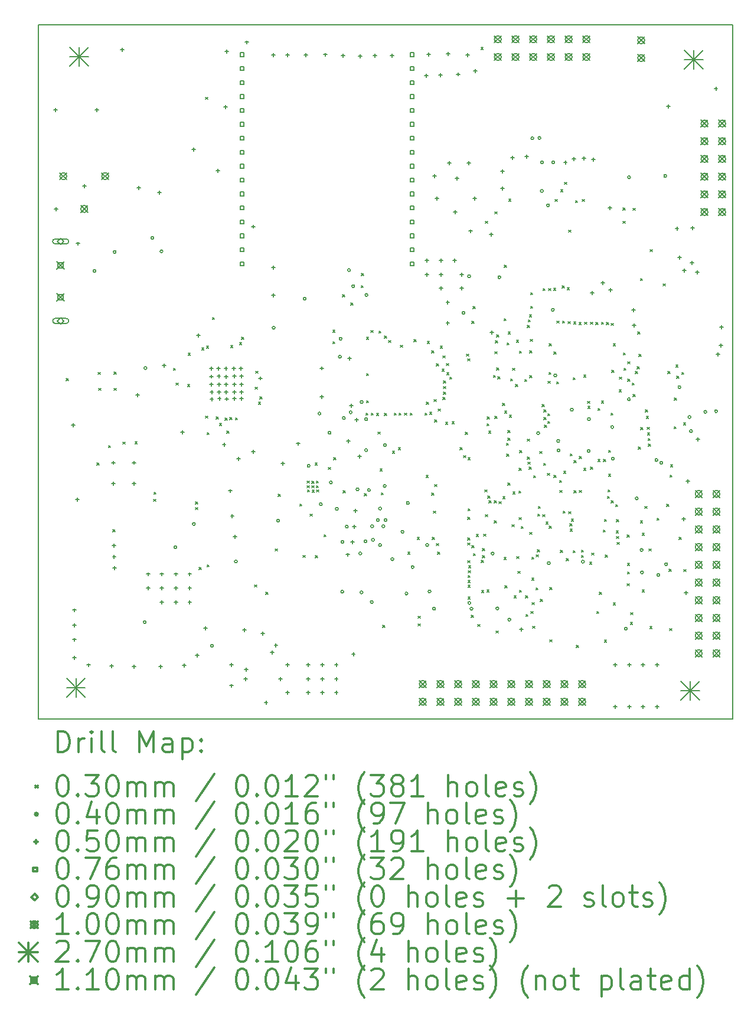
<source format=gbr>
%FSLAX45Y45*%
G04 Gerber Fmt 4.5, Leading zero omitted, Abs format (unit mm)*
G04 Created by KiCad (PCBNEW 6.0.0-unknown-cbea514~86~ubuntu18.04.1) date 2019-06-13 15:54:09*
%MOMM*%
%LPD*%
G04 APERTURE LIST*
%ADD10C,0.150000*%
%ADD11C,0.200000*%
%ADD12C,0.300000*%
G04 APERTURE END LIST*
D10*
X5127244Y-11481054D02*
X5127244Y-1524000D01*
X15087600Y-11481054D02*
X5127244Y-11481054D01*
X15087600Y-1524000D02*
X15087600Y-11480800D01*
X5127244Y-1524000D02*
X15087600Y-1524000D01*
D11*
X5529058Y-6593826D02*
X5559058Y-6623826D01*
X5559058Y-6593826D02*
X5529058Y-6623826D01*
X5969748Y-7805406D02*
X5999748Y-7835406D01*
X5999748Y-7805406D02*
X5969748Y-7835406D01*
X5984480Y-6504926D02*
X6014480Y-6534926D01*
X6014480Y-6504926D02*
X5984480Y-6534926D01*
X5992608Y-6733780D02*
X6022608Y-6763780D01*
X6022608Y-6733780D02*
X5992608Y-6763780D01*
X6132562Y-7556740D02*
X6162562Y-7586740D01*
X6162562Y-7556740D02*
X6132562Y-7586740D01*
X6195300Y-8764764D02*
X6225300Y-8794764D01*
X6225300Y-8764764D02*
X6195300Y-8794764D01*
X6214096Y-6504164D02*
X6244096Y-6534164D01*
X6244096Y-6504164D02*
X6214096Y-6534164D01*
X6214604Y-6733780D02*
X6244604Y-6763780D01*
X6244604Y-6733780D02*
X6214604Y-6763780D01*
X6339318Y-7507210D02*
X6369318Y-7537210D01*
X6369318Y-7507210D02*
X6339318Y-7537210D01*
X6513816Y-7502384D02*
X6543816Y-7532384D01*
X6543816Y-7502384D02*
X6513816Y-7532384D01*
X6781786Y-8327122D02*
X6811786Y-8357122D01*
X6811786Y-8327122D02*
X6781786Y-8357122D01*
X6786975Y-8224252D02*
X6816975Y-8254252D01*
X6816975Y-8224252D02*
X6786975Y-8254252D01*
X7066520Y-6446760D02*
X7096520Y-6476760D01*
X7096520Y-6446760D02*
X7066520Y-6476760D01*
X7101064Y-6659358D02*
X7131064Y-6689358D01*
X7131064Y-6659358D02*
X7101064Y-6689358D01*
X7268450Y-6679424D02*
X7298450Y-6709424D01*
X7298450Y-6679424D02*
X7268450Y-6709424D01*
X7276832Y-6229844D02*
X7306832Y-6259844D01*
X7306832Y-6229844D02*
X7276832Y-6259844D01*
X7381946Y-8362936D02*
X7411946Y-8392936D01*
X7411946Y-8362936D02*
X7381946Y-8392936D01*
X7381946Y-8447010D02*
X7411946Y-8477010D01*
X7411946Y-8447010D02*
X7381946Y-8477010D01*
X7434946Y-9306674D02*
X7464946Y-9336674D01*
X7464946Y-9306674D02*
X7434946Y-9336674D01*
X7472920Y-6157200D02*
X7502920Y-6187200D01*
X7502920Y-6157200D02*
X7472920Y-6187200D01*
X7525691Y-7131737D02*
X7555691Y-7161737D01*
X7555691Y-7131737D02*
X7525691Y-7161737D01*
X7525752Y-2561068D02*
X7555752Y-2591068D01*
X7555752Y-2561068D02*
X7525752Y-2591068D01*
X7538177Y-6131870D02*
X7568177Y-6161870D01*
X7568177Y-6131870D02*
X7538177Y-6161870D01*
X7547979Y-7368909D02*
X7577979Y-7398909D01*
X7577979Y-7368909D02*
X7547979Y-7398909D01*
X7548600Y-9266934D02*
X7578600Y-9296934D01*
X7578600Y-9266934D02*
X7548600Y-9296934D01*
X7623155Y-5720695D02*
X7653155Y-5750695D01*
X7653155Y-5720695D02*
X7623155Y-5750695D01*
X7677164Y-7147800D02*
X7707164Y-7177800D01*
X7707164Y-7147800D02*
X7677164Y-7177800D01*
X7723618Y-7236700D02*
X7753618Y-7266700D01*
X7753618Y-7236700D02*
X7723618Y-7266700D01*
X7804019Y-7164631D02*
X7834019Y-7194631D01*
X7834019Y-7164631D02*
X7804019Y-7194631D01*
X7830806Y-7349222D02*
X7860806Y-7379222D01*
X7860806Y-7349222D02*
X7830806Y-7379222D01*
X7873304Y-7154647D02*
X7903304Y-7184647D01*
X7903304Y-7154647D02*
X7873304Y-7184647D01*
X7885924Y-6118846D02*
X7915924Y-6148846D01*
X7915924Y-6118846D02*
X7885924Y-6148846D01*
X7953383Y-7156944D02*
X7983383Y-7186944D01*
X7983383Y-7156944D02*
X7953383Y-7186944D01*
X8012959Y-6077228D02*
X8042959Y-6107228D01*
X8042959Y-6077228D02*
X8012959Y-6107228D01*
X8042743Y-6002979D02*
X8072743Y-6032979D01*
X8072743Y-6002979D02*
X8042743Y-6032979D01*
X8227300Y-9555720D02*
X8257300Y-9585720D01*
X8257300Y-9555720D02*
X8227300Y-9585720D01*
X8239753Y-6718998D02*
X8269753Y-6748998D01*
X8269753Y-6718998D02*
X8239753Y-6748998D01*
X8248382Y-6488596D02*
X8278382Y-6518596D01*
X8278382Y-6488596D02*
X8248382Y-6518596D01*
X8286199Y-6933011D02*
X8316199Y-6963011D01*
X8316199Y-6933011D02*
X8286199Y-6963011D01*
X8305786Y-6855446D02*
X8335786Y-6885446D01*
X8335786Y-6855446D02*
X8305786Y-6885446D01*
X8392400Y-9662400D02*
X8422400Y-9692400D01*
X8422400Y-9662400D02*
X8392400Y-9692400D01*
X8524480Y-9037560D02*
X8554480Y-9067560D01*
X8554480Y-9037560D02*
X8524480Y-9067560D01*
X8566644Y-8253716D02*
X8596644Y-8283716D01*
X8596644Y-8253716D02*
X8566644Y-8283716D01*
X8877286Y-8394432D02*
X8907286Y-8424432D01*
X8907286Y-8394432D02*
X8877286Y-8424432D01*
X8924276Y-9129508D02*
X8954276Y-9159508D01*
X8954276Y-9129508D02*
X8924276Y-9159508D01*
X8983712Y-8064994D02*
X9013712Y-8094994D01*
X9013712Y-8064994D02*
X8983712Y-8094994D01*
X8984728Y-8132304D02*
X9014728Y-8162304D01*
X9014728Y-8132304D02*
X8984728Y-8162304D01*
X8985744Y-8190724D02*
X9015744Y-8220724D01*
X9015744Y-8190724D02*
X8985744Y-8220724D01*
X9027400Y-8538450D02*
X9057400Y-8568450D01*
X9057400Y-8538450D02*
X9027400Y-8568450D01*
X9050514Y-8131034D02*
X9080514Y-8161034D01*
X9080514Y-8131034D02*
X9050514Y-8161034D01*
X9052800Y-8067534D02*
X9082800Y-8097534D01*
X9082800Y-8067534D02*
X9052800Y-8097534D01*
X9054070Y-8193264D02*
X9084070Y-8223264D01*
X9084070Y-8193264D02*
X9054070Y-8223264D01*
X9098520Y-7808200D02*
X9128520Y-7838200D01*
X9128520Y-7808200D02*
X9098520Y-7838200D01*
X9102330Y-9133064D02*
X9132330Y-9163064D01*
X9132330Y-9133064D02*
X9102330Y-9163064D01*
X9115030Y-8065248D02*
X9145030Y-8095248D01*
X9145030Y-8065248D02*
X9115030Y-8095248D01*
X9115030Y-8133574D02*
X9145030Y-8163574D01*
X9145030Y-8133574D02*
X9115030Y-8163574D01*
X9117570Y-8191994D02*
X9147570Y-8221994D01*
X9147570Y-8191994D02*
X9117570Y-8221994D01*
X9225520Y-8834360D02*
X9255520Y-8864360D01*
X9255520Y-8834360D02*
X9225520Y-8864360D01*
X9289020Y-7869160D02*
X9319020Y-7899160D01*
X9319020Y-7869160D02*
X9289020Y-7899160D01*
X9349980Y-6066522D02*
X9379980Y-6096522D01*
X9379980Y-6066522D02*
X9349980Y-6096522D01*
X9350488Y-5900574D02*
X9380488Y-5930574D01*
X9380488Y-5900574D02*
X9350488Y-5930574D01*
X9365728Y-7731492D02*
X9395728Y-7761492D01*
X9395728Y-7731492D02*
X9365728Y-7761492D01*
X9489172Y-5393676D02*
X9519172Y-5423676D01*
X9519172Y-5393676D02*
X9489172Y-5423676D01*
X9500602Y-8204948D02*
X9530602Y-8234948D01*
X9530602Y-8204948D02*
X9500602Y-8234948D01*
X9610838Y-5511024D02*
X9640838Y-5541024D01*
X9640838Y-5511024D02*
X9610838Y-5541024D01*
X9758666Y-5263628D02*
X9788666Y-5293628D01*
X9788666Y-5263628D02*
X9758666Y-5293628D01*
X9759682Y-5087606D02*
X9789682Y-5117606D01*
X9789682Y-5087606D02*
X9759682Y-5117606D01*
X9801760Y-8244318D02*
X9831760Y-8274318D01*
X9831760Y-8244318D02*
X9801760Y-8274318D01*
X9825092Y-7089367D02*
X9855092Y-7119367D01*
X9855092Y-7089367D02*
X9825092Y-7119367D01*
X9832826Y-6004292D02*
X9862826Y-6034292D01*
X9862826Y-6004292D02*
X9832826Y-6034292D01*
X9834866Y-6913612D02*
X9864866Y-6943612D01*
X9864866Y-6913612D02*
X9834866Y-6943612D01*
X9835120Y-6524484D02*
X9865120Y-6554484D01*
X9865120Y-6524484D02*
X9835120Y-6554484D01*
X9895826Y-5905574D02*
X9925826Y-5935574D01*
X9925826Y-5905574D02*
X9895826Y-5935574D01*
X9900907Y-7090228D02*
X9930907Y-7120228D01*
X9930907Y-7090228D02*
X9900907Y-7120228D01*
X9979404Y-7093772D02*
X10009404Y-7123772D01*
X10009404Y-7093772D02*
X9979404Y-7123772D01*
X9998442Y-7361922D02*
X10028442Y-7391922D01*
X10028442Y-7361922D02*
X9998442Y-7391922D01*
X10009627Y-5913859D02*
X10039627Y-5943859D01*
X10039627Y-5913859D02*
X10009627Y-5943859D01*
X10029684Y-7892274D02*
X10059684Y-7922274D01*
X10059684Y-7892274D02*
X10029684Y-7922274D01*
X10047210Y-8233142D02*
X10077210Y-8263142D01*
X10077210Y-8233142D02*
X10047210Y-8263142D01*
X10064228Y-10136110D02*
X10094228Y-10166110D01*
X10094228Y-10136110D02*
X10064228Y-10166110D01*
X10089616Y-5986778D02*
X10119616Y-6016778D01*
X10119616Y-5986778D02*
X10089616Y-6016778D01*
X10093949Y-7094520D02*
X10123949Y-7124520D01*
X10123949Y-7094520D02*
X10093949Y-7124520D01*
X10151465Y-6048627D02*
X10181465Y-6078627D01*
X10181465Y-6048627D02*
X10151465Y-6078627D01*
X10205198Y-7635734D02*
X10235198Y-7665734D01*
X10235198Y-7635734D02*
X10205198Y-7665734D01*
X10229949Y-7090650D02*
X10259949Y-7120650D01*
X10259949Y-7090650D02*
X10229949Y-7120650D01*
X10289901Y-7586845D02*
X10319901Y-7616845D01*
X10319901Y-7586845D02*
X10289901Y-7616845D01*
X10299950Y-7090650D02*
X10329950Y-7120650D01*
X10329950Y-7090650D02*
X10299950Y-7120650D01*
X10319880Y-6117068D02*
X10349880Y-6147068D01*
X10349880Y-6117068D02*
X10319880Y-6147068D01*
X10379950Y-7090650D02*
X10409950Y-7120650D01*
X10409950Y-7090650D02*
X10379950Y-7120650D01*
X10426940Y-9083534D02*
X10456940Y-9113534D01*
X10456940Y-9083534D02*
X10426940Y-9113534D01*
X10461249Y-7090650D02*
X10491249Y-7120650D01*
X10491249Y-7090650D02*
X10461249Y-7120650D01*
X10517110Y-6036550D02*
X10547110Y-6066550D01*
X10547110Y-6036550D02*
X10517110Y-6066550D01*
X10560036Y-8874746D02*
X10590036Y-8904746D01*
X10590036Y-8874746D02*
X10560036Y-8904746D01*
X10572736Y-10001744D02*
X10602736Y-10031744D01*
X10602736Y-10001744D02*
X10572736Y-10031744D01*
X10574514Y-10114774D02*
X10604514Y-10144774D01*
X10604514Y-10114774D02*
X10574514Y-10144774D01*
X10671741Y-7090650D02*
X10701741Y-7120650D01*
X10701741Y-7090650D02*
X10671741Y-7120650D01*
X10688046Y-7984990D02*
X10718046Y-8014990D01*
X10718046Y-7984990D02*
X10688046Y-8014990D01*
X10695105Y-6932000D02*
X10725105Y-6962000D01*
X10725105Y-6932000D02*
X10695105Y-6962000D01*
X10706848Y-6060172D02*
X10736848Y-6090172D01*
X10736848Y-6060172D02*
X10706848Y-6090172D01*
X10740884Y-7079728D02*
X10770884Y-7109728D01*
X10770884Y-7079728D02*
X10740884Y-7109728D01*
X10767808Y-8239492D02*
X10797808Y-8269492D01*
X10797808Y-8239492D02*
X10767808Y-8269492D01*
X10769840Y-6197840D02*
X10799840Y-6227840D01*
X10799840Y-6197840D02*
X10769840Y-6227840D01*
X10775936Y-8871003D02*
X10805936Y-8901003D01*
X10805936Y-8871003D02*
X10775936Y-8901003D01*
X10794784Y-8495472D02*
X10824784Y-8525472D01*
X10824784Y-8495472D02*
X10794784Y-8525472D01*
X10804130Y-6896340D02*
X10834130Y-6926340D01*
X10834130Y-6896340D02*
X10804130Y-6926340D01*
X10809366Y-8114876D02*
X10839366Y-8144876D01*
X10839366Y-8114876D02*
X10809366Y-8144876D01*
X10811750Y-7189710D02*
X10841750Y-7219710D01*
X10841750Y-7189710D02*
X10811750Y-7219710D01*
X10835000Y-6383440D02*
X10865000Y-6413440D01*
X10865000Y-6383440D02*
X10835000Y-6413440D01*
X10837404Y-8962884D02*
X10867404Y-8992884D01*
X10867404Y-8962884D02*
X10837404Y-8992884D01*
X10856200Y-9083534D02*
X10886200Y-9113534D01*
X10886200Y-9083534D02*
X10856200Y-9113534D01*
X10862550Y-7030198D02*
X10892550Y-7060198D01*
X10892550Y-7030198D02*
X10862550Y-7060198D01*
X10891760Y-6131800D02*
X10921760Y-6161800D01*
X10921760Y-6131800D02*
X10891760Y-6161800D01*
X10916381Y-6462083D02*
X10946381Y-6492083D01*
X10946381Y-6462083D02*
X10916381Y-6492083D01*
X10929426Y-6868320D02*
X10959426Y-6898320D01*
X10959426Y-6868320D02*
X10929426Y-6898320D01*
X10931154Y-6269594D02*
X10961154Y-6299594D01*
X10961154Y-6269594D02*
X10931154Y-6299594D01*
X10938713Y-6708866D02*
X10968713Y-6738866D01*
X10968713Y-6708866D02*
X10938713Y-6738866D01*
X10938759Y-6788866D02*
X10968759Y-6818866D01*
X10968759Y-6788866D02*
X10938759Y-6818866D01*
X10938877Y-6628866D02*
X10968877Y-6658866D01*
X10968877Y-6628866D02*
X10938877Y-6658866D01*
X10969998Y-7222092D02*
X10999998Y-7252092D01*
X10999998Y-7222092D02*
X10969998Y-7252092D01*
X10983200Y-6378688D02*
X11013200Y-6408688D01*
X11013200Y-6378688D02*
X10983200Y-6408688D01*
X10986321Y-6512886D02*
X11016321Y-6542886D01*
X11016321Y-6512886D02*
X10986321Y-6542886D01*
X11027904Y-6575866D02*
X11057904Y-6605866D01*
X11057904Y-6575866D02*
X11027904Y-6605866D01*
X11060670Y-7212062D02*
X11090670Y-7242062D01*
X11090670Y-7212062D02*
X11060670Y-7242062D01*
X11176748Y-7585442D02*
X11206748Y-7615442D01*
X11206748Y-7585442D02*
X11176748Y-7615442D01*
X11224870Y-7701382D02*
X11254870Y-7731382D01*
X11254870Y-7701382D02*
X11224870Y-7731382D01*
X11251285Y-7367903D02*
X11281285Y-7397903D01*
X11281285Y-7367903D02*
X11251285Y-7397903D01*
X11267680Y-6245399D02*
X11297680Y-6275399D01*
X11297680Y-6245399D02*
X11267680Y-6275399D01*
X11284935Y-6313239D02*
X11314935Y-6343239D01*
X11314935Y-6313239D02*
X11284935Y-6343239D01*
X11286000Y-8586710D02*
X11316000Y-8616710D01*
X11316000Y-8586710D02*
X11286000Y-8616710D01*
X11286000Y-8881772D02*
X11316000Y-8911772D01*
X11316000Y-8881772D02*
X11286000Y-8911772D01*
X11286000Y-8954502D02*
X11316000Y-8984502D01*
X11316000Y-8954502D02*
X11286000Y-8984502D01*
X11286000Y-9207740D02*
X11316000Y-9237740D01*
X11316000Y-9207740D02*
X11286000Y-9237740D01*
X11289246Y-7728871D02*
X11319246Y-7758871D01*
X11319246Y-7728871D02*
X11289246Y-7758871D01*
X11290000Y-9560038D02*
X11320000Y-9590038D01*
X11320000Y-9560038D02*
X11290000Y-9590038D01*
X11290540Y-9725900D02*
X11320540Y-9755900D01*
X11320540Y-9725900D02*
X11290540Y-9755900D01*
X11291555Y-9420055D02*
X11321555Y-9450055D01*
X11321555Y-9420055D02*
X11291555Y-9450055D01*
X11291556Y-8463012D02*
X11321556Y-8493012D01*
X11321556Y-8463012D02*
X11291556Y-8493012D01*
X11291570Y-9490055D02*
X11321570Y-9520055D01*
X11321570Y-9490055D02*
X11291570Y-9520055D01*
X11293140Y-9350073D02*
X11323140Y-9380073D01*
X11323140Y-9350073D02*
X11293140Y-9380073D01*
X11296914Y-9280175D02*
X11326914Y-9310175D01*
X11326914Y-9280175D02*
X11296914Y-9310175D01*
X11336514Y-9992600D02*
X11366514Y-10022600D01*
X11366514Y-9992600D02*
X11336514Y-10022600D01*
X11346166Y-5773406D02*
X11376166Y-5803406D01*
X11376166Y-5773406D02*
X11346166Y-5803406D01*
X11346359Y-8989954D02*
X11376359Y-9019954D01*
X11376359Y-8989954D02*
X11346359Y-9019954D01*
X11361568Y-5563856D02*
X11391568Y-5593856D01*
X11391568Y-5563856D02*
X11361568Y-5593856D01*
X11365978Y-9105632D02*
X11395978Y-9135632D01*
X11395978Y-9105632D02*
X11365978Y-9135632D01*
X11407634Y-8828772D02*
X11437634Y-8858772D01*
X11437634Y-8828772D02*
X11407634Y-8858772D01*
X11429986Y-10121124D02*
X11459986Y-10151124D01*
X11459986Y-10121124D02*
X11429986Y-10151124D01*
X11476214Y-1843518D02*
X11506214Y-1873518D01*
X11506214Y-1843518D02*
X11476214Y-1873518D01*
X11481905Y-9202567D02*
X11511905Y-9232567D01*
X11511905Y-9202567D02*
X11481905Y-9232567D01*
X11483580Y-9637000D02*
X11513580Y-9667000D01*
X11513580Y-9637000D02*
X11483580Y-9667000D01*
X11496769Y-9134163D02*
X11526769Y-9164163D01*
X11526769Y-9134163D02*
X11496769Y-9164163D01*
X11497636Y-9032226D02*
X11527636Y-9062226D01*
X11527636Y-9032226D02*
X11497636Y-9062226D01*
X11512536Y-8826486D02*
X11542536Y-8856486D01*
X11542536Y-8826486D02*
X11512536Y-8856486D01*
X11529046Y-8190216D02*
X11559046Y-8220216D01*
X11559046Y-8190216D02*
X11529046Y-8220216D01*
X11540730Y-8547870D02*
X11570730Y-8577870D01*
X11570730Y-8547870D02*
X11540730Y-8577870D01*
X11541238Y-4340592D02*
X11571238Y-4370592D01*
X11571238Y-4340592D02*
X11541238Y-4370592D01*
X11562066Y-7241272D02*
X11592066Y-7271272D01*
X11592066Y-7241272D02*
X11562066Y-7271272D01*
X11562320Y-9624300D02*
X11592320Y-9654300D01*
X11592320Y-9624300D02*
X11562320Y-9654300D01*
X11566828Y-7147292D02*
X11596828Y-7177292D01*
X11596828Y-7147292D02*
X11566828Y-7177292D01*
X11575437Y-8280505D02*
X11605437Y-8310505D01*
X11605437Y-8280505D02*
X11575437Y-8310505D01*
X11585688Y-7348714D02*
X11615688Y-7378714D01*
X11615688Y-7348714D02*
X11585688Y-7378714D01*
X11589328Y-8349113D02*
X11619328Y-8379113D01*
X11619328Y-8349113D02*
X11589328Y-8379113D01*
X11652327Y-6547572D02*
X11682327Y-6577572D01*
X11682327Y-6547572D02*
X11652327Y-6577572D01*
X11666308Y-8345824D02*
X11696308Y-8375824D01*
X11696308Y-8345824D02*
X11666308Y-8375824D01*
X11667222Y-8635224D02*
X11697222Y-8665224D01*
X11697222Y-8635224D02*
X11667222Y-8665224D01*
X11676112Y-6209270D02*
X11706112Y-6239270D01*
X11706112Y-6209270D02*
X11676112Y-6239270D01*
X11676366Y-4202416D02*
X11706366Y-4232416D01*
X11706366Y-4202416D02*
X11676366Y-4232416D01*
X11677328Y-7136424D02*
X11707328Y-7166424D01*
X11707328Y-7136424D02*
X11677328Y-7166424D01*
X11685377Y-6052431D02*
X11715377Y-6082431D01*
X11715377Y-6052431D02*
X11685377Y-6082431D01*
X11692368Y-10213326D02*
X11722368Y-10243326D01*
X11722368Y-10213326D02*
X11692368Y-10243326D01*
X11700750Y-5966700D02*
X11730750Y-5996700D01*
X11730750Y-5966700D02*
X11700750Y-5996700D01*
X11702020Y-6441680D02*
X11732020Y-6471680D01*
X11732020Y-6441680D02*
X11702020Y-6471680D01*
X11718925Y-6569129D02*
X11748925Y-6599129D01*
X11748925Y-6569129D02*
X11718925Y-6599129D01*
X11734821Y-8360177D02*
X11764821Y-8390177D01*
X11764821Y-8360177D02*
X11734821Y-8390177D01*
X11785191Y-6950836D02*
X11815191Y-6980836D01*
X11815191Y-6950836D02*
X11785191Y-6980836D01*
X11789080Y-8290343D02*
X11819080Y-8320343D01*
X11819080Y-8290343D02*
X11789080Y-8320343D01*
X11806160Y-9159480D02*
X11836160Y-9189480D01*
X11836160Y-9159480D02*
X11806160Y-9189480D01*
X11806922Y-5737338D02*
X11836922Y-5767338D01*
X11836922Y-5737338D02*
X11806922Y-5767338D01*
X11812755Y-4970181D02*
X11842755Y-5000181D01*
X11842755Y-4970181D02*
X11812755Y-5000181D01*
X11816034Y-7062996D02*
X11846034Y-7092996D01*
X11846034Y-7062996D02*
X11816034Y-7092996D01*
X11820899Y-9565369D02*
X11850899Y-9595369D01*
X11850899Y-9565369D02*
X11820899Y-9595369D01*
X11841974Y-7522704D02*
X11871974Y-7552704D01*
X11871974Y-7522704D02*
X11841974Y-7552704D01*
X11842639Y-7678757D02*
X11872639Y-7708757D01*
X11872639Y-7678757D02*
X11842639Y-7708757D01*
X11848070Y-6083540D02*
X11878070Y-6113540D01*
X11878070Y-6083540D02*
X11848070Y-6113540D01*
X11860000Y-7342110D02*
X11890000Y-7372110D01*
X11890000Y-7342110D02*
X11860000Y-7372110D01*
X11860000Y-7449298D02*
X11890000Y-7479298D01*
X11890000Y-7449298D02*
X11860000Y-7479298D01*
X11860751Y-8092765D02*
X11890751Y-8122765D01*
X11890751Y-8092765D02*
X11860751Y-8122765D01*
X11865850Y-5928600D02*
X11895850Y-5958600D01*
X11895850Y-5928600D02*
X11865850Y-5958600D01*
X11872454Y-4020044D02*
X11902454Y-4050044D01*
X11902454Y-4020044D02*
X11872454Y-4050044D01*
X11884478Y-7122146D02*
X11914478Y-7152146D01*
X11914478Y-7122146D02*
X11884478Y-7152146D01*
X11897715Y-6600799D02*
X11927715Y-6630799D01*
X11927715Y-6600799D02*
X11897715Y-6630799D01*
X11918843Y-8689419D02*
X11948843Y-8719419D01*
X11948843Y-8689419D02*
X11918843Y-8719419D01*
X11930112Y-6445744D02*
X11960112Y-6475744D01*
X11960112Y-6445744D02*
X11930112Y-6475744D01*
X11935126Y-8222696D02*
X11965126Y-8252696D01*
X11965126Y-8222696D02*
X11935126Y-8252696D01*
X11950736Y-9712158D02*
X11980736Y-9742158D01*
X11980736Y-9712158D02*
X11950736Y-9742158D01*
X11970762Y-6677660D02*
X12000762Y-6707660D01*
X12000762Y-6677660D02*
X11970762Y-6707660D01*
X11983800Y-6043063D02*
X12013800Y-6073063D01*
X12013800Y-6043063D02*
X11983800Y-6073063D01*
X11989040Y-9149320D02*
X12019040Y-9179320D01*
X12019040Y-9149320D02*
X11989040Y-9179320D01*
X12004534Y-9358616D02*
X12034534Y-9388616D01*
X12034534Y-9358616D02*
X12004534Y-9388616D01*
X12018452Y-8206755D02*
X12048452Y-8236755D01*
X12048452Y-8206755D02*
X12018452Y-8236755D01*
X12022770Y-8590352D02*
X12052770Y-8620352D01*
X12052770Y-8590352D02*
X12022770Y-8620352D01*
X12024346Y-7883130D02*
X12054346Y-7913130D01*
X12054346Y-7883130D02*
X12024346Y-7913130D01*
X12024696Y-9630554D02*
X12054696Y-9660554D01*
X12054696Y-9630554D02*
X12024696Y-9660554D01*
X12025362Y-6200380D02*
X12055362Y-6230380D01*
X12055362Y-6200380D02*
X12025362Y-6230380D01*
X12032052Y-7629892D02*
X12062052Y-7659892D01*
X12062052Y-7629892D02*
X12032052Y-7659892D01*
X12050153Y-8716504D02*
X12080153Y-8746504D01*
X12080153Y-8716504D02*
X12050153Y-8746504D01*
X12104356Y-6606272D02*
X12134356Y-6636272D01*
X12134356Y-6606272D02*
X12104356Y-6636272D01*
X12115786Y-9708882D02*
X12145786Y-9738882D01*
X12145786Y-9708882D02*
X12115786Y-9738882D01*
X12119596Y-9975836D02*
X12149596Y-10005836D01*
X12149596Y-9975836D02*
X12119596Y-10005836D01*
X12140678Y-5834366D02*
X12170678Y-5864366D01*
X12170678Y-5834366D02*
X12140678Y-5864366D01*
X12141440Y-7723618D02*
X12171440Y-7753618D01*
X12171440Y-7723618D02*
X12141440Y-7753618D01*
X12141980Y-7464506D02*
X12171980Y-7494506D01*
X12171980Y-7464506D02*
X12141980Y-7494506D01*
X12150330Y-7793214D02*
X12180330Y-7823214D01*
X12180330Y-7793214D02*
X12150330Y-7823214D01*
X12154070Y-5751145D02*
X12184070Y-5781145D01*
X12184070Y-5751145D02*
X12154070Y-5781145D01*
X12165062Y-7864080D02*
X12195062Y-7894080D01*
X12195062Y-7864080D02*
X12165062Y-7894080D01*
X12168872Y-5682728D02*
X12198872Y-5712728D01*
X12198872Y-5682728D02*
X12168872Y-5712728D01*
X12172936Y-6198348D02*
X12202936Y-6228348D01*
X12202936Y-6198348D02*
X12172936Y-6228348D01*
X12172936Y-6554456D02*
X12202936Y-6584456D01*
X12202936Y-6554456D02*
X12172936Y-6584456D01*
X12176377Y-8800971D02*
X12206377Y-8830971D01*
X12206377Y-8800971D02*
X12176377Y-8830971D01*
X12182842Y-6033248D02*
X12212842Y-6063248D01*
X12212842Y-6033248D02*
X12182842Y-6063248D01*
X12185751Y-5362295D02*
X12215751Y-5392295D01*
X12215751Y-5362295D02*
X12185751Y-5392295D01*
X12188938Y-5556998D02*
X12218938Y-5586998D01*
X12218938Y-5556998D02*
X12188938Y-5586998D01*
X12193482Y-9937228D02*
X12223482Y-9967228D01*
X12223482Y-9937228D02*
X12193482Y-9967228D01*
X12204178Y-9457676D02*
X12234178Y-9487676D01*
X12234178Y-9457676D02*
X12204178Y-9487676D01*
X12204178Y-9457676D02*
X12234178Y-9487676D01*
X12234178Y-9457676D02*
X12204178Y-9487676D01*
X12204432Y-9154654D02*
X12234432Y-9184654D01*
X12234432Y-9154654D02*
X12204432Y-9184654D01*
X12208242Y-9807180D02*
X12238242Y-9837180D01*
X12238242Y-9807180D02*
X12208242Y-9837180D01*
X12218148Y-10146270D02*
X12248148Y-10176270D01*
X12248148Y-10146270D02*
X12218148Y-10176270D01*
X12228054Y-7989556D02*
X12258054Y-8019556D01*
X12258054Y-7989556D02*
X12228054Y-8019556D01*
X12265138Y-9595344D02*
X12295138Y-9625344D01*
X12295138Y-9595344D02*
X12265138Y-9625344D01*
X12265618Y-9120650D02*
X12295618Y-9150650D01*
X12295618Y-9120650D02*
X12265618Y-9150650D01*
X12285805Y-9049550D02*
X12315805Y-9079550D01*
X12315805Y-9049550D02*
X12285805Y-9079550D01*
X12290076Y-8537242D02*
X12320076Y-8567242D01*
X12320076Y-8537242D02*
X12290076Y-8567242D01*
X12298265Y-8427051D02*
X12328265Y-8457051D01*
X12328265Y-8427051D02*
X12298265Y-8457051D01*
X12317612Y-7640138D02*
X12347612Y-7670138D01*
X12347612Y-7640138D02*
X12317612Y-7670138D01*
X12329158Y-9761218D02*
X12359158Y-9791218D01*
X12359158Y-9761218D02*
X12329158Y-9791218D01*
X12354546Y-6965936D02*
X12384546Y-6995936D01*
X12384546Y-6965936D02*
X12354546Y-6995936D01*
X12359307Y-8547594D02*
X12389307Y-8577594D01*
X12389307Y-8547594D02*
X12359307Y-8577594D01*
X12365468Y-5304100D02*
X12395468Y-5334100D01*
X12395468Y-5304100D02*
X12365468Y-5334100D01*
X12372240Y-7811080D02*
X12402240Y-7841080D01*
X12402240Y-7811080D02*
X12372240Y-7841080D01*
X12375667Y-7152699D02*
X12405667Y-7182699D01*
X12405667Y-7152699D02*
X12375667Y-7182699D01*
X12378702Y-7042699D02*
X12408702Y-7072699D01*
X12408702Y-7042699D02*
X12378702Y-7072699D01*
X12384956Y-7262699D02*
X12414956Y-7292699D01*
X12414956Y-7262699D02*
X12384956Y-7292699D01*
X12407632Y-8654274D02*
X12437632Y-8684274D01*
X12437632Y-8654274D02*
X12407632Y-8684274D01*
X12429476Y-7955081D02*
X12459476Y-7985081D01*
X12459476Y-7955081D02*
X12429476Y-7985081D01*
X12432035Y-7207699D02*
X12462035Y-7237699D01*
X12462035Y-7207699D02*
X12432035Y-7237699D01*
X12434300Y-7097699D02*
X12464300Y-7127699D01*
X12464300Y-7097699D02*
X12434300Y-7127699D01*
X12439327Y-6633704D02*
X12469327Y-6663704D01*
X12469327Y-6633704D02*
X12439327Y-6663704D01*
X12443446Y-5304100D02*
X12473446Y-5334100D01*
X12473446Y-5304100D02*
X12443446Y-5334100D01*
X12448018Y-6507466D02*
X12478018Y-6537466D01*
X12478018Y-6507466D02*
X12448018Y-6537466D01*
X12453606Y-6098018D02*
X12483606Y-6128018D01*
X12483606Y-6098018D02*
X12453606Y-6128018D01*
X12454900Y-8711678D02*
X12484900Y-8741678D01*
X12484900Y-8711678D02*
X12454900Y-8741678D01*
X12463258Y-9591280D02*
X12493258Y-9621280D01*
X12493258Y-9591280D02*
X12463258Y-9621280D01*
X12464330Y-10342104D02*
X12494330Y-10372104D01*
X12494330Y-10342104D02*
X12464330Y-10372104D01*
X12518122Y-5301728D02*
X12548122Y-5331728D01*
X12548122Y-5301728D02*
X12518122Y-5331728D01*
X12521424Y-6212318D02*
X12551424Y-6242318D01*
X12551424Y-6212318D02*
X12521424Y-6242318D01*
X12523991Y-7981790D02*
X12553991Y-8011790D01*
X12553991Y-7981790D02*
X12523991Y-8011790D01*
X12539204Y-4025378D02*
X12569204Y-4055378D01*
X12569204Y-4025378D02*
X12539204Y-4055378D01*
X12559327Y-6641324D02*
X12589327Y-6671324D01*
X12589327Y-6641324D02*
X12559327Y-6671324D01*
X12564350Y-5769850D02*
X12594350Y-5799850D01*
X12594350Y-5769850D02*
X12564350Y-5799850D01*
X12602704Y-8057359D02*
X12632704Y-8087359D01*
X12632704Y-8057359D02*
X12602704Y-8087359D01*
X12605256Y-8199360D02*
X12635256Y-8229360D01*
X12635256Y-8199360D02*
X12605256Y-8229360D01*
X12612864Y-9057372D02*
X12642864Y-9087372D01*
X12642864Y-9057372D02*
X12612864Y-9087372D01*
X12619250Y-3885484D02*
X12649250Y-3915484D01*
X12649250Y-3885484D02*
X12619250Y-3915484D01*
X12638518Y-5267946D02*
X12668518Y-5297946D01*
X12668518Y-5267946D02*
X12638518Y-5297946D01*
X12644350Y-5769850D02*
X12674350Y-5799850D01*
X12674350Y-5769850D02*
X12644350Y-5799850D01*
X12652056Y-8497767D02*
X12682056Y-8527767D01*
X12682056Y-8497767D02*
X12652056Y-8527767D01*
X12662394Y-7922500D02*
X12692394Y-7952500D01*
X12692394Y-7922500D02*
X12662394Y-7952500D01*
X12675135Y-3781288D02*
X12705135Y-3811288D01*
X12705135Y-3781288D02*
X12675135Y-3811288D01*
X12697565Y-9177665D02*
X12727565Y-9207665D01*
X12727565Y-9177665D02*
X12697565Y-9207665D01*
X12714210Y-5291568D02*
X12744210Y-5321568D01*
X12744210Y-5291568D02*
X12714210Y-5321568D01*
X12723902Y-5778311D02*
X12753902Y-5808311D01*
X12753902Y-5778311D02*
X12723902Y-5808311D01*
X12731736Y-8504922D02*
X12761736Y-8534922D01*
X12761736Y-8504922D02*
X12731736Y-8534922D01*
X12733600Y-4465560D02*
X12763600Y-4495560D01*
X12763600Y-4465560D02*
X12733600Y-4495560D01*
X12750162Y-8676172D02*
X12780162Y-8706172D01*
X12780162Y-8676172D02*
X12750162Y-8706172D01*
X12752818Y-8756128D02*
X12782818Y-8786128D01*
X12782818Y-8756128D02*
X12752818Y-8786128D01*
X12753619Y-7674381D02*
X12783619Y-7704381D01*
X12783619Y-7674381D02*
X12753619Y-7704381D01*
X12772445Y-8609247D02*
X12802445Y-8639247D01*
X12802445Y-8609247D02*
X12772445Y-8639247D01*
X12796327Y-6583920D02*
X12826327Y-6613920D01*
X12826327Y-6583920D02*
X12796327Y-6613920D01*
X12796704Y-9064738D02*
X12826704Y-9094738D01*
X12826704Y-9064738D02*
X12796704Y-9094738D01*
X12803752Y-5783213D02*
X12833752Y-5813213D01*
X12833752Y-5783213D02*
X12803752Y-5813213D01*
X12812000Y-7772640D02*
X12842000Y-7802640D01*
X12842000Y-7772640D02*
X12812000Y-7802640D01*
X12812000Y-8204918D02*
X12842000Y-8234918D01*
X12842000Y-8204918D02*
X12812000Y-8234918D01*
X12830796Y-4042768D02*
X12860796Y-4072768D01*
X12860796Y-4042768D02*
X12830796Y-4072768D01*
X12841464Y-10423384D02*
X12871464Y-10453384D01*
X12871464Y-10423384D02*
X12841464Y-10453384D01*
X12883502Y-5789534D02*
X12913502Y-5819534D01*
X12913502Y-5789534D02*
X12883502Y-5819534D01*
X12888200Y-7711680D02*
X12918200Y-7741680D01*
X12918200Y-7711680D02*
X12888200Y-7741680D01*
X12888200Y-8199360D02*
X12918200Y-8229360D01*
X12918200Y-8199360D02*
X12888200Y-8229360D01*
X12916704Y-9132556D02*
X12946704Y-9162556D01*
X12946704Y-9132556D02*
X12916704Y-9162556D01*
X12916704Y-9056443D02*
X12946704Y-9086443D01*
X12946704Y-9056443D02*
X12916704Y-9086443D01*
X12926554Y-4025378D02*
X12956554Y-4055378D01*
X12956554Y-4025378D02*
X12926554Y-4055378D01*
X12947890Y-6542518D02*
X12977890Y-6572518D01*
X12977890Y-6542518D02*
X12947890Y-6572518D01*
X12948398Y-7883140D02*
X12978398Y-7913140D01*
X12978398Y-7883140D02*
X12948398Y-7913140D01*
X12963495Y-5788502D02*
X12993495Y-5818502D01*
X12993495Y-5788502D02*
X12963495Y-5818502D01*
X13004900Y-6921232D02*
X13034900Y-6951232D01*
X13034900Y-6921232D02*
X13004900Y-6951232D01*
X13007198Y-6993888D02*
X13037198Y-7023888D01*
X13037198Y-6993888D02*
X13007198Y-7023888D01*
X13032466Y-9227832D02*
X13062466Y-9257832D01*
X13062466Y-9227832D02*
X13032466Y-9257832D01*
X13044594Y-5788071D02*
X13074594Y-5818071D01*
X13074594Y-5788071D02*
X13044594Y-5818071D01*
X13045365Y-7863826D02*
X13075365Y-7893826D01*
X13075365Y-7863826D02*
X13045365Y-7893826D01*
X13064483Y-9097765D02*
X13094483Y-9127765D01*
X13094483Y-9097765D02*
X13064483Y-9127765D01*
X13124581Y-5789487D02*
X13154581Y-5819487D01*
X13154581Y-5789487D02*
X13124581Y-5819487D01*
X13135088Y-9936720D02*
X13165088Y-9966720D01*
X13165088Y-9936720D02*
X13135088Y-9966720D01*
X13151365Y-7022746D02*
X13181365Y-7052746D01*
X13181365Y-7022746D02*
X13151365Y-7052746D01*
X13151365Y-7757332D02*
X13181365Y-7787332D01*
X13181365Y-7757332D02*
X13151365Y-7787332D01*
X13173442Y-9658082D02*
X13203442Y-9688082D01*
X13203442Y-9658082D02*
X13173442Y-9688082D01*
X13203414Y-6916746D02*
X13233414Y-6946746D01*
X13233414Y-6916746D02*
X13203414Y-6946746D01*
X13204574Y-5788395D02*
X13234574Y-5818395D01*
X13234574Y-5788395D02*
X13204574Y-5818395D01*
X13229830Y-8768828D02*
X13259830Y-8798828D01*
X13259830Y-8768828D02*
X13229830Y-8798828D01*
X13234148Y-7753844D02*
X13264148Y-7783844D01*
X13264148Y-7753844D02*
X13234148Y-7783844D01*
X13244327Y-8613839D02*
X13274327Y-8643839D01*
X13274327Y-8613839D02*
X13244327Y-8643839D01*
X13247102Y-10348200D02*
X13277102Y-10378200D01*
X13277102Y-10348200D02*
X13247102Y-10378200D01*
X13259845Y-9124979D02*
X13289845Y-9154979D01*
X13289845Y-9124979D02*
X13259845Y-9154979D01*
X13274541Y-5790558D02*
X13304541Y-5820558D01*
X13304541Y-5790558D02*
X13274541Y-5820558D01*
X13286170Y-8282810D02*
X13316170Y-8312810D01*
X13316170Y-8282810D02*
X13286170Y-8312810D01*
X13296472Y-8190773D02*
X13326472Y-8220773D01*
X13326472Y-8190773D02*
X13296472Y-8220773D01*
X13303989Y-7625836D02*
X13333989Y-7655836D01*
X13333989Y-7625836D02*
X13303989Y-7655836D01*
X13304760Y-7968220D02*
X13334760Y-7998220D01*
X13334760Y-7968220D02*
X13304760Y-7998220D01*
X13340579Y-7088752D02*
X13370579Y-7118752D01*
X13370579Y-7088752D02*
X13340579Y-7118752D01*
X13343148Y-5804451D02*
X13373148Y-5834451D01*
X13373148Y-5804451D02*
X13343148Y-5834451D01*
X13343798Y-8349430D02*
X13373798Y-8379430D01*
X13373798Y-8349430D02*
X13343798Y-8379430D01*
X13352327Y-6477240D02*
X13382327Y-6507240D01*
X13382327Y-6477240D02*
X13352327Y-6507240D01*
X13372578Y-6093446D02*
X13402578Y-6123446D01*
X13402578Y-6093446D02*
X13372578Y-6123446D01*
X13373848Y-9810736D02*
X13403848Y-9840736D01*
X13403848Y-9810736D02*
X13373848Y-9840736D01*
X13405090Y-8404084D02*
X13435090Y-8434084D01*
X13435090Y-8404084D02*
X13405090Y-8434084D01*
X13415250Y-8779496D02*
X13445250Y-8809496D01*
X13445250Y-8779496D02*
X13415250Y-8809496D01*
X13419355Y-8858555D02*
X13449355Y-8888555D01*
X13449355Y-8858555D02*
X13419355Y-8888555D01*
X13421600Y-8621000D02*
X13451600Y-8651000D01*
X13451600Y-8621000D02*
X13421600Y-8651000D01*
X13427982Y-8945305D02*
X13457982Y-8975305D01*
X13457982Y-8945305D02*
X13427982Y-8975305D01*
X13456398Y-6754862D02*
X13486398Y-6784862D01*
X13486398Y-6754862D02*
X13456398Y-6784862D01*
X13461720Y-6573240D02*
X13491720Y-6603240D01*
X13491720Y-6573240D02*
X13461720Y-6603240D01*
X13512786Y-4149076D02*
X13542786Y-4179076D01*
X13542786Y-4149076D02*
X13512786Y-4179076D01*
X13512786Y-4339322D02*
X13542786Y-4369322D01*
X13542786Y-4339322D02*
X13512786Y-4369322D01*
X13518049Y-6225987D02*
X13548049Y-6255987D01*
X13548049Y-6225987D02*
X13518049Y-6255987D01*
X13523962Y-6445236D02*
X13553962Y-6475236D01*
X13553962Y-6445236D02*
X13523962Y-6475236D01*
X13570444Y-8837748D02*
X13600444Y-8867748D01*
X13600444Y-8837748D02*
X13570444Y-8867748D01*
X13572730Y-9536924D02*
X13602730Y-9566924D01*
X13602730Y-9536924D02*
X13572730Y-9566924D01*
X13574762Y-9369284D02*
X13604762Y-9399284D01*
X13604762Y-9369284D02*
X13574762Y-9399284D01*
X13575778Y-9244570D02*
X13605778Y-9274570D01*
X13605778Y-9244570D02*
X13575778Y-9274570D01*
X13579774Y-6354490D02*
X13609774Y-6384490D01*
X13609774Y-6354490D02*
X13579774Y-6384490D01*
X13581759Y-6603109D02*
X13611759Y-6633109D01*
X13611759Y-6603109D02*
X13581759Y-6633109D01*
X13617434Y-10093692D02*
X13647434Y-10123692D01*
X13647434Y-10093692D02*
X13617434Y-10123692D01*
X13621498Y-9950436D02*
X13651498Y-9980436D01*
X13651498Y-9950436D02*
X13621498Y-9980436D01*
X13643310Y-6658248D02*
X13673310Y-6688248D01*
X13673310Y-6658248D02*
X13643310Y-6688248D01*
X13656348Y-6822680D02*
X13686348Y-6852680D01*
X13686348Y-6822680D02*
X13656348Y-6852680D01*
X13656804Y-4152124D02*
X13686804Y-4182124D01*
X13686804Y-4152124D02*
X13656804Y-4182124D01*
X13689789Y-6495078D02*
X13719789Y-6525078D01*
X13719789Y-6495078D02*
X13689789Y-6525078D01*
X13714189Y-6425024D02*
X13744189Y-6455024D01*
X13744189Y-6425024D02*
X13714189Y-6455024D01*
X13725384Y-5927838D02*
X13755384Y-5957838D01*
X13755384Y-5927838D02*
X13725384Y-5957838D01*
X13730464Y-7577872D02*
X13760464Y-7607872D01*
X13760464Y-7577872D02*
X13730464Y-7607872D01*
X13742898Y-6248882D02*
X13772898Y-6278882D01*
X13772898Y-6248882D02*
X13742898Y-6278882D01*
X13762199Y-5159742D02*
X13792199Y-5189742D01*
X13792199Y-5159742D02*
X13762199Y-5189742D01*
X13763706Y-8633791D02*
X13793706Y-8663791D01*
X13793706Y-8633791D02*
X13763706Y-8663791D01*
X13767548Y-7299692D02*
X13797548Y-7329692D01*
X13797548Y-7299692D02*
X13767548Y-7329692D01*
X13787868Y-9627856D02*
X13817868Y-9657856D01*
X13817868Y-9627856D02*
X13787868Y-9657856D01*
X13788892Y-8814540D02*
X13818892Y-8844540D01*
X13818892Y-8814540D02*
X13788892Y-8844540D01*
X13826571Y-8429389D02*
X13856571Y-8459389D01*
X13856571Y-8429389D02*
X13826571Y-8459389D01*
X13834350Y-7046200D02*
X13864350Y-7076200D01*
X13864350Y-7046200D02*
X13834350Y-7076200D01*
X13847050Y-7135100D02*
X13877050Y-7165100D01*
X13877050Y-7135100D02*
X13847050Y-7165100D01*
X13860848Y-7294503D02*
X13890848Y-7324503D01*
X13890848Y-7294503D02*
X13860848Y-7324503D01*
X13862685Y-7374690D02*
X13892685Y-7404690D01*
X13892685Y-7374690D02*
X13862685Y-7404690D01*
X13872634Y-7454069D02*
X13902634Y-7484069D01*
X13902634Y-7454069D02*
X13872634Y-7484069D01*
X13878800Y-7535150D02*
X13908800Y-7565150D01*
X13908800Y-7535150D02*
X13878800Y-7565150D01*
X13886674Y-9036798D02*
X13916674Y-9066798D01*
X13916674Y-9036798D02*
X13886674Y-9066798D01*
X13897088Y-10152112D02*
X13927088Y-10182112D01*
X13927088Y-10152112D02*
X13897088Y-10182112D01*
X13904200Y-4744960D02*
X13934200Y-4774960D01*
X13934200Y-4744960D02*
X13904200Y-4774960D01*
X13999958Y-8599410D02*
X14029958Y-8629410D01*
X14029958Y-8599410D02*
X13999958Y-8629410D01*
X14090128Y-5238228D02*
X14120128Y-5268228D01*
X14120128Y-5238228D02*
X14090128Y-5268228D01*
X14139150Y-8398496D02*
X14169150Y-8428496D01*
X14169150Y-8398496D02*
X14139150Y-8428496D01*
X14157680Y-6494246D02*
X14187680Y-6524246D01*
X14187680Y-6494246D02*
X14157680Y-6524246D01*
X14173694Y-9329152D02*
X14203694Y-9359152D01*
X14203694Y-9329152D02*
X14173694Y-9359152D01*
X14181822Y-10180052D02*
X14211822Y-10210052D01*
X14211822Y-10180052D02*
X14181822Y-10210052D01*
X14185124Y-7978634D02*
X14215124Y-8008634D01*
X14215124Y-7978634D02*
X14185124Y-8008634D01*
X14195030Y-7831568D02*
X14225030Y-7861568D01*
X14225030Y-7831568D02*
X14195030Y-7861568D01*
X14244306Y-7286738D02*
X14274306Y-7316738D01*
X14274306Y-7286738D02*
X14244306Y-7316738D01*
X14247862Y-6875512D02*
X14277862Y-6905512D01*
X14277862Y-6875512D02*
X14247862Y-6905512D01*
X14271132Y-6399946D02*
X14301132Y-6429946D01*
X14301132Y-6399946D02*
X14271132Y-6429946D01*
X14281390Y-6561314D02*
X14311390Y-6591314D01*
X14311390Y-6561314D02*
X14281390Y-6591314D01*
X14315680Y-8875000D02*
X14345680Y-8905000D01*
X14345680Y-8875000D02*
X14315680Y-8905000D01*
X14353526Y-6505730D02*
X14383526Y-6535730D01*
X14383526Y-6505730D02*
X14353526Y-6535730D01*
X14381687Y-7232349D02*
X14411687Y-7262349D01*
X14411687Y-7232349D02*
X14381687Y-7262349D01*
X14386800Y-9334666D02*
X14416800Y-9364666D01*
X14416800Y-9334666D02*
X14386800Y-9364666D01*
X5953440Y-5054600D02*
G75*
G03X5953440Y-5054600I-20000J0D01*
G01*
X6243000Y-4780280D02*
G75*
G03X6243000Y-4780280I-20000J0D01*
G01*
X6674292Y-10089388D02*
G75*
G03X6674292Y-10089388I-20000J0D01*
G01*
X6684706Y-6445250D02*
G75*
G03X6684706Y-6445250I-20000J0D01*
G01*
X6781480Y-4577080D02*
G75*
G03X6781480Y-4577080I-20000J0D01*
G01*
X6913560Y-4770120D02*
G75*
G03X6913560Y-4770120I-20000J0D01*
G01*
X7113712Y-9013444D02*
G75*
G03X7113712Y-9013444I-20000J0D01*
G01*
X7377872Y-8682228D02*
G75*
G03X7377872Y-8682228I-20000J0D01*
G01*
X7638984Y-10426954D02*
G75*
G03X7638984Y-10426954I-20000J0D01*
G01*
X7980614Y-9219184D02*
G75*
G03X7980614Y-9219184I-20000J0D01*
G01*
X8522904Y-5866638D02*
G75*
G03X8522904Y-5866638I-20000J0D01*
G01*
X8586404Y-8631682D02*
G75*
G03X8586404Y-8631682I-20000J0D01*
G01*
X8966388Y-5451094D02*
G75*
G03X8966388Y-5451094I-20000J0D01*
G01*
X9023792Y-7847076D02*
G75*
G03X9023792Y-7847076I-20000J0D01*
G01*
X9178986Y-7098030D02*
G75*
G03X9178986Y-7098030I-20000J0D01*
G01*
X9198798Y-8397748D02*
G75*
G03X9198798Y-8397748I-20000J0D01*
G01*
X9323512Y-7374382D02*
G75*
G03X9323512Y-7374382I-20000J0D01*
G01*
X9343578Y-8086646D02*
G75*
G03X9343578Y-8086646I-20000J0D01*
G01*
X9429430Y-8464550D02*
G75*
G03X9429430Y-8464550I-20000J0D01*
G01*
X9473118Y-6282690D02*
G75*
G03X9473118Y-6282690I-20000J0D01*
G01*
X9481500Y-6025134D02*
G75*
G03X9481500Y-6025134I-20000J0D01*
G01*
X9505884Y-9652762D02*
G75*
G03X9505884Y-9652762I-20000J0D01*
G01*
X9507408Y-8939276D02*
G75*
G03X9507408Y-8939276I-20000J0D01*
G01*
X9528744Y-7161784D02*
G75*
G03X9528744Y-7161784I-20000J0D01*
G01*
X9571100Y-8719504D02*
G75*
G03X9571100Y-8719504I-20000J0D01*
G01*
X9602150Y-5040630D02*
G75*
G03X9602150Y-5040630I-20000J0D01*
G01*
X9627804Y-7078980D02*
G75*
G03X9627804Y-7078980I-20000J0D01*
G01*
X9663110Y-5272024D02*
G75*
G03X9663110Y-5272024I-20000J0D01*
G01*
X9723760Y-8184896D02*
G75*
G03X9723760Y-8184896I-20000J0D01*
G01*
X9764202Y-9103534D02*
G75*
G03X9764202Y-9103534I-20000J0D01*
G01*
X9781474Y-9662414D02*
G75*
G03X9781474Y-9662414I-20000J0D01*
G01*
X9784239Y-6932215D02*
G75*
G03X9784239Y-6932215I-20000J0D01*
G01*
X9838878Y-8930132D02*
G75*
G03X9838878Y-8930132I-20000J0D01*
G01*
X9847514Y-7623302D02*
G75*
G03X9847514Y-7623302I-20000J0D01*
G01*
X9849038Y-7178548D02*
G75*
G03X9849038Y-7178548I-20000J0D01*
G01*
X9852340Y-5397246D02*
G75*
G03X9852340Y-5397246I-20000J0D01*
G01*
X9889424Y-8196072D02*
G75*
G03X9889424Y-8196072I-20000J0D01*
G01*
X9929556Y-9800900D02*
G75*
G03X9929556Y-9800900I-20000J0D01*
G01*
X9934382Y-8714232D02*
G75*
G03X9934382Y-8714232I-20000J0D01*
G01*
X9946828Y-8909360D02*
G75*
G03X9946828Y-8909360I-20000J0D01*
G01*
X10017948Y-8625840D02*
G75*
G03X10017948Y-8625840I-20000J0D01*
G01*
X10048428Y-8983534D02*
G75*
G03X10048428Y-8983534I-20000J0D01*
G01*
X10049190Y-8460486D02*
G75*
G03X10049190Y-8460486I-20000J0D01*
G01*
X10095672Y-8714232D02*
G75*
G03X10095672Y-8714232I-20000J0D01*
G01*
X10114976Y-8136382D02*
G75*
G03X10114976Y-8136382I-20000J0D01*
G01*
X10117516Y-7551928D02*
G75*
G03X10117516Y-7551928I-20000J0D01*
G01*
X10128438Y-8625078D02*
G75*
G03X10128438Y-8625078I-20000J0D01*
G01*
X10224704Y-9186164D02*
G75*
G03X10224704Y-9186164I-20000J0D01*
G01*
X10369738Y-8793480D02*
G75*
G03X10369738Y-8793480I-20000J0D01*
G01*
X10427142Y-9679432D02*
G75*
G03X10427142Y-9679432I-20000J0D01*
G01*
X10446700Y-8379968D02*
G75*
G03X10446700Y-8379968I-20000J0D01*
G01*
X10515026Y-9299702D02*
G75*
G03X10515026Y-9299702I-20000J0D01*
G01*
X10723814Y-8983534D02*
G75*
G03X10723814Y-8983534I-20000J0D01*
G01*
X10757088Y-9648698D02*
G75*
G03X10757088Y-9648698I-20000J0D01*
G01*
X10822874Y-9895840D02*
G75*
G03X10822874Y-9895840I-20000J0D01*
G01*
X11244260Y-5654294D02*
G75*
G03X11244260Y-5654294I-20000J0D01*
G01*
X11324016Y-5129276D02*
G75*
G03X11324016Y-5129276I-20000J0D01*
G01*
X11328336Y-9815848D02*
G75*
G03X11328336Y-9815848I-20000J0D01*
G01*
X11358814Y-9896856D02*
G75*
G03X11358814Y-9896856I-20000J0D01*
G01*
X11661582Y-9104872D02*
G75*
G03X11661582Y-9104872I-20000J0D01*
G01*
X11729790Y-9893436D02*
G75*
G03X11729790Y-9893436I-20000J0D01*
G01*
X11759372Y-5142992D02*
G75*
G03X11759372Y-5142992I-20000J0D01*
G01*
X11902238Y-10054454D02*
G75*
G03X11902238Y-10054454I-20000J0D01*
G01*
X12231812Y-3148838D02*
G75*
G03X12231812Y-3148838I-20000J0D01*
G01*
X12315378Y-7378446D02*
G75*
G03X12315378Y-7378446I-20000J0D01*
G01*
X12333412Y-3144520D02*
G75*
G03X12333412Y-3144520I-20000J0D01*
G01*
X12368210Y-3904996D02*
G75*
G03X12368210Y-3904996I-20000J0D01*
G01*
X12371766Y-3495294D02*
G75*
G03X12371766Y-3495294I-20000J0D01*
G01*
X12457110Y-4111244D02*
G75*
G03X12457110Y-4111244I-20000J0D01*
G01*
X12467999Y-9244043D02*
G75*
G03X12467999Y-9244043I-20000J0D01*
G01*
X12525690Y-5610352D02*
G75*
G03X12525690Y-5610352I-20000J0D01*
G01*
X12532548Y-3493008D02*
G75*
G03X12532548Y-3493008I-20000J0D01*
G01*
X12561504Y-6551676D02*
G75*
G03X12561504Y-6551676I-20000J0D01*
G01*
X12602144Y-7490460D02*
G75*
G03X12602144Y-7490460I-20000J0D01*
G01*
X12606970Y-7627874D02*
G75*
G03X12606970Y-7627874I-20000J0D01*
G01*
X12797470Y-7041642D02*
G75*
G03X12797470Y-7041642I-20000J0D01*
G01*
X12956465Y-9222732D02*
G75*
G03X12956465Y-9222732I-20000J0D01*
G01*
X13038516Y-7633716D02*
G75*
G03X13038516Y-7633716I-20000J0D01*
G01*
X13043088Y-7177786D02*
G75*
G03X13043088Y-7177786I-20000J0D01*
G01*
X13378114Y-7290562D02*
G75*
G03X13378114Y-7290562I-20000J0D01*
G01*
X13385734Y-7742936D02*
G75*
G03X13385734Y-7742936I-20000J0D01*
G01*
X13573948Y-10181082D02*
G75*
G03X13573948Y-10181082I-20000J0D01*
G01*
X13616366Y-6892544D02*
G75*
G03X13616366Y-6892544I-20000J0D01*
G01*
X13618652Y-3707892D02*
G75*
G03X13618652Y-3707892I-20000J0D01*
G01*
X13728715Y-8315117D02*
G75*
G03X13728715Y-8315117I-20000J0D01*
G01*
X13798230Y-9053830D02*
G75*
G03X13798230Y-9053830I-20000J0D01*
G01*
X13804072Y-9376800D02*
G75*
G03X13804072Y-9376800I-20000J0D01*
G01*
X14011336Y-7763871D02*
G75*
G03X14011336Y-7763871I-20000J0D01*
G01*
X14037752Y-9414510D02*
G75*
G03X14037752Y-9414510I-20000J0D01*
G01*
X14081186Y-7806182D02*
G75*
G03X14081186Y-7806182I-20000J0D01*
G01*
X14138082Y-3689350D02*
G75*
G03X14138082Y-3689350I-20000J0D01*
G01*
X14150694Y-9259062D02*
G75*
G03X14150694Y-9259062I-20000J0D01*
G01*
X14340774Y-6719824D02*
G75*
G03X14340774Y-6719824I-20000J0D01*
G01*
X14485300Y-7147600D02*
G75*
G03X14485300Y-7147600I-20000J0D01*
G01*
X14507398Y-7349998D02*
G75*
G03X14507398Y-7349998I-20000J0D01*
G01*
X14712376Y-7072884D02*
G75*
G03X14712376Y-7072884I-20000J0D01*
G01*
X14867062Y-7064502D02*
G75*
G03X14867062Y-7064502I-20000J0D01*
G01*
X5376672Y-2717438D02*
X5376672Y-2767438D01*
X5351672Y-2742438D02*
X5401672Y-2742438D01*
X5382006Y-4136536D02*
X5382006Y-4186536D01*
X5357006Y-4161536D02*
X5407006Y-4161536D01*
X5628386Y-7240670D02*
X5628386Y-7290670D01*
X5603386Y-7265670D02*
X5653386Y-7265670D01*
X5641340Y-10106552D02*
X5641340Y-10156552D01*
X5616340Y-10131552D02*
X5666340Y-10131552D01*
X5642356Y-10314832D02*
X5642356Y-10364832D01*
X5617356Y-10339832D02*
X5667356Y-10339832D01*
X5643118Y-9891160D02*
X5643118Y-9941160D01*
X5618118Y-9916160D02*
X5668118Y-9916160D01*
X5648706Y-10574674D02*
X5648706Y-10624674D01*
X5623706Y-10599674D02*
X5673706Y-10599674D01*
X5689600Y-8306200D02*
X5689600Y-8356200D01*
X5664600Y-8331200D02*
X5714600Y-8331200D01*
X5694680Y-4633360D02*
X5694680Y-4683360D01*
X5669680Y-4658360D02*
X5719680Y-4658360D01*
X5789676Y-3805320D02*
X5789676Y-3855320D01*
X5764676Y-3830320D02*
X5814676Y-3830320D01*
X5850382Y-10678560D02*
X5850382Y-10728560D01*
X5825382Y-10703560D02*
X5875382Y-10703560D01*
X5963920Y-2713374D02*
X5963920Y-2763374D01*
X5938920Y-2738374D02*
X5988920Y-2738374D01*
X6178804Y-10687958D02*
X6178804Y-10737958D01*
X6153804Y-10712958D02*
X6203804Y-10712958D01*
X6200000Y-7775000D02*
X6200000Y-7825000D01*
X6175000Y-7800000D02*
X6225000Y-7800000D01*
X6200000Y-8075000D02*
X6200000Y-8125000D01*
X6175000Y-8100000D02*
X6225000Y-8100000D01*
X6212332Y-8961012D02*
X6212332Y-9011012D01*
X6187332Y-8986012D02*
X6237332Y-8986012D01*
X6216142Y-9124334D02*
X6216142Y-9174334D01*
X6191142Y-9149334D02*
X6241142Y-9149334D01*
X6218174Y-9289688D02*
X6218174Y-9339688D01*
X6193174Y-9314688D02*
X6243174Y-9314688D01*
X6328918Y-1853838D02*
X6328918Y-1903838D01*
X6303918Y-1878838D02*
X6353918Y-1878838D01*
X6497828Y-10701928D02*
X6497828Y-10751928D01*
X6472828Y-10726928D02*
X6522828Y-10726928D01*
X6500000Y-7775000D02*
X6500000Y-7825000D01*
X6475000Y-7800000D02*
X6525000Y-7800000D01*
X6500000Y-8075000D02*
X6500000Y-8125000D01*
X6475000Y-8100000D02*
X6525000Y-8100000D01*
X6547612Y-6804298D02*
X6547612Y-6854298D01*
X6522612Y-6829298D02*
X6572612Y-6829298D01*
X6565900Y-3832244D02*
X6565900Y-3882244D01*
X6540900Y-3857244D02*
X6590900Y-3857244D01*
X6700000Y-9375000D02*
X6700000Y-9425000D01*
X6675000Y-9400000D02*
X6725000Y-9400000D01*
X6700000Y-9575000D02*
X6700000Y-9625000D01*
X6675000Y-9600000D02*
X6725000Y-9600000D01*
X6865620Y-3903364D02*
X6865620Y-3953364D01*
X6840620Y-3928364D02*
X6890620Y-3928364D01*
X6877812Y-10697356D02*
X6877812Y-10747356D01*
X6852812Y-10722356D02*
X6902812Y-10722356D01*
X6900000Y-9375000D02*
X6900000Y-9425000D01*
X6875000Y-9400000D02*
X6925000Y-9400000D01*
X6900000Y-9575000D02*
X6900000Y-9625000D01*
X6875000Y-9600000D02*
X6925000Y-9600000D01*
X6900000Y-9775000D02*
X6900000Y-9825000D01*
X6875000Y-9800000D02*
X6925000Y-9800000D01*
X6935216Y-6379610D02*
X6935216Y-6429610D01*
X6910216Y-6404610D02*
X6960216Y-6404610D01*
X7100000Y-9375000D02*
X7100000Y-9425000D01*
X7075000Y-9400000D02*
X7125000Y-9400000D01*
X7100000Y-9575000D02*
X7100000Y-9625000D01*
X7075000Y-9600000D02*
X7125000Y-9600000D01*
X7100000Y-9775000D02*
X7100000Y-9825000D01*
X7075000Y-9800000D02*
X7125000Y-9800000D01*
X7196328Y-7337952D02*
X7196328Y-7387952D01*
X7171328Y-7362952D02*
X7221328Y-7362952D01*
X7220204Y-10683132D02*
X7220204Y-10733132D01*
X7195204Y-10708132D02*
X7245204Y-10708132D01*
X7300000Y-9375000D02*
X7300000Y-9425000D01*
X7275000Y-9400000D02*
X7325000Y-9400000D01*
X7300000Y-9575000D02*
X7300000Y-9625000D01*
X7275000Y-9600000D02*
X7325000Y-9600000D01*
X7300000Y-9775000D02*
X7300000Y-9825000D01*
X7275000Y-9800000D02*
X7325000Y-9800000D01*
X7354316Y-3286144D02*
X7354316Y-3336144D01*
X7329316Y-3311144D02*
X7379316Y-3311144D01*
X7403846Y-10536066D02*
X7403846Y-10586066D01*
X7378846Y-10561066D02*
X7428846Y-10561066D01*
X7425602Y-5951532D02*
X7425602Y-6001532D01*
X7400602Y-5976532D02*
X7450602Y-5976532D01*
X7524496Y-10153288D02*
X7524496Y-10203288D01*
X7499496Y-10178288D02*
X7549496Y-10178288D01*
X7606538Y-6424314D02*
X7606538Y-6474314D01*
X7581538Y-6449314D02*
X7631538Y-6449314D01*
X7608570Y-6538868D02*
X7608570Y-6588868D01*
X7583570Y-6563868D02*
X7633570Y-6563868D01*
X7611618Y-6651644D02*
X7611618Y-6701644D01*
X7586618Y-6676644D02*
X7636618Y-6676644D01*
X7613650Y-6759848D02*
X7613650Y-6809848D01*
X7588650Y-6784848D02*
X7638650Y-6784848D01*
X7613650Y-6862464D02*
X7613650Y-6912464D01*
X7588650Y-6887464D02*
X7638650Y-6887464D01*
X7701788Y-3588150D02*
X7701788Y-3638150D01*
X7676788Y-3613150D02*
X7726788Y-3613150D01*
X7713218Y-6427362D02*
X7713218Y-6477362D01*
X7688218Y-6452362D02*
X7738218Y-6452362D01*
X7715250Y-6537852D02*
X7715250Y-6587852D01*
X7690250Y-6562852D02*
X7740250Y-6562852D01*
X7719314Y-6653676D02*
X7719314Y-6703676D01*
X7694314Y-6678676D02*
X7744314Y-6678676D01*
X7722108Y-6761626D02*
X7722108Y-6811626D01*
X7697108Y-6786626D02*
X7747108Y-6786626D01*
X7723886Y-6859924D02*
X7723886Y-6909924D01*
X7698886Y-6884924D02*
X7748886Y-6884924D01*
X7791450Y-7515752D02*
X7791450Y-7565752D01*
X7766450Y-7540752D02*
X7816450Y-7540752D01*
X7815580Y-2672480D02*
X7815580Y-2722480D01*
X7790580Y-2697480D02*
X7840580Y-2697480D01*
X7816850Y-6426092D02*
X7816850Y-6476092D01*
X7791850Y-6451092D02*
X7841850Y-6451092D01*
X7819898Y-6539884D02*
X7819898Y-6589884D01*
X7794898Y-6564884D02*
X7844898Y-6564884D01*
X7821930Y-6762388D02*
X7821930Y-6812388D01*
X7796930Y-6787388D02*
X7846930Y-6787388D01*
X7822946Y-6654692D02*
X7822946Y-6704692D01*
X7797946Y-6679692D02*
X7847946Y-6679692D01*
X7826248Y-6860686D02*
X7826248Y-6910686D01*
X7801248Y-6885686D02*
X7851248Y-6885686D01*
X7832090Y-1880254D02*
X7832090Y-1930254D01*
X7807090Y-1905254D02*
X7857090Y-1905254D01*
X7876794Y-8181232D02*
X7876794Y-8231232D01*
X7851794Y-8206232D02*
X7901794Y-8206232D01*
X7900000Y-10675000D02*
X7900000Y-10725000D01*
X7875000Y-10700000D02*
X7925000Y-10700000D01*
X7900000Y-10975000D02*
X7900000Y-11025000D01*
X7875000Y-11000000D02*
X7925000Y-11000000D01*
X7909560Y-8542420D02*
X7909560Y-8592420D01*
X7884560Y-8567420D02*
X7934560Y-8567420D01*
X7930642Y-6426346D02*
X7930642Y-6476346D01*
X7905642Y-6451346D02*
X7955642Y-6451346D01*
X7936230Y-6763404D02*
X7936230Y-6813404D01*
X7911230Y-6788404D02*
X7961230Y-6788404D01*
X7936738Y-6536836D02*
X7936738Y-6586836D01*
X7911738Y-6561836D02*
X7961738Y-6561836D01*
X7936992Y-6859162D02*
X7936992Y-6909162D01*
X7911992Y-6884162D02*
X7961992Y-6884162D01*
X7939786Y-6656724D02*
X7939786Y-6706724D01*
X7914786Y-6681724D02*
X7964786Y-6681724D01*
X7947152Y-8838076D02*
X7947152Y-8888076D01*
X7922152Y-8863076D02*
X7972152Y-8863076D01*
X7996428Y-7720476D02*
X7996428Y-7770476D01*
X7971428Y-7745476D02*
X8021428Y-7745476D01*
X8033258Y-6421266D02*
X8033258Y-6471266D01*
X8008258Y-6446266D02*
X8058258Y-6446266D01*
X8038338Y-6534804D02*
X8038338Y-6584804D01*
X8013338Y-6559804D02*
X8063338Y-6559804D01*
X8040370Y-6654692D02*
X8040370Y-6704692D01*
X8015370Y-6679692D02*
X8065370Y-6679692D01*
X8041132Y-6762642D02*
X8041132Y-6812642D01*
X8016132Y-6787642D02*
X8066132Y-6787642D01*
X8042910Y-6859162D02*
X8042910Y-6909162D01*
X8017910Y-6884162D02*
X8067910Y-6884162D01*
X8080248Y-10174370D02*
X8080248Y-10224370D01*
X8055248Y-10199370D02*
X8105248Y-10199370D01*
X8100000Y-10875000D02*
X8100000Y-10925000D01*
X8075000Y-10900000D02*
X8125000Y-10900000D01*
X8106410Y-10740536D02*
X8106410Y-10790536D01*
X8081410Y-10765536D02*
X8131410Y-10765536D01*
X8113522Y-1746396D02*
X8113522Y-1796396D01*
X8088522Y-1771396D02*
X8138522Y-1771396D01*
X8210042Y-7615320D02*
X8210042Y-7665320D01*
X8185042Y-7640320D02*
X8235042Y-7640320D01*
X8214106Y-4388250D02*
X8214106Y-4438250D01*
X8189106Y-4413250D02*
X8239106Y-4413250D01*
X8308797Y-6564357D02*
X8308797Y-6614357D01*
X8283797Y-6589357D02*
X8333797Y-6589357D01*
X8342630Y-10226948D02*
X8342630Y-10276948D01*
X8317630Y-10251948D02*
X8367630Y-10251948D01*
X8392668Y-11220342D02*
X8392668Y-11270342D01*
X8367668Y-11245342D02*
X8417668Y-11245342D01*
X8479282Y-10494410D02*
X8479282Y-10544410D01*
X8454282Y-10519410D02*
X8504282Y-10519410D01*
X8497570Y-1928768D02*
X8497570Y-1978768D01*
X8472570Y-1953768D02*
X8522570Y-1953768D01*
X8500000Y-4975000D02*
X8500000Y-5025000D01*
X8475000Y-5000000D02*
X8525000Y-5000000D01*
X8500000Y-5375000D02*
X8500000Y-5425000D01*
X8475000Y-5400000D02*
X8525000Y-5400000D01*
X8536178Y-10394588D02*
X8536178Y-10444588D01*
X8511178Y-10419588D02*
X8561178Y-10419588D01*
X8600000Y-10875000D02*
X8600000Y-10925000D01*
X8575000Y-10900000D02*
X8625000Y-10900000D01*
X8632952Y-7791088D02*
X8632952Y-7841088D01*
X8607952Y-7816088D02*
X8657952Y-7816088D01*
X8700000Y-10675000D02*
X8700000Y-10725000D01*
X8675000Y-10700000D02*
X8725000Y-10700000D01*
X8700000Y-11075000D02*
X8700000Y-11125000D01*
X8675000Y-11100000D02*
X8725000Y-11100000D01*
X8702294Y-1931308D02*
X8702294Y-1981308D01*
X8677294Y-1956308D02*
X8727294Y-1956308D01*
X8854694Y-7503560D02*
X8854694Y-7553560D01*
X8829694Y-7528560D02*
X8879694Y-7528560D01*
X8967470Y-1931308D02*
X8967470Y-1981308D01*
X8942470Y-1956308D02*
X8992470Y-1956308D01*
X9000000Y-10675000D02*
X9000000Y-10725000D01*
X8975000Y-10700000D02*
X9025000Y-10700000D01*
X9000000Y-10875000D02*
X9000000Y-10925000D01*
X8975000Y-10900000D02*
X9025000Y-10900000D01*
X9000000Y-11075000D02*
X9000000Y-11125000D01*
X8975000Y-11100000D02*
X9025000Y-11100000D01*
X9189720Y-6420504D02*
X9189720Y-6470504D01*
X9164720Y-6445504D02*
X9214720Y-6445504D01*
X9194546Y-6829952D02*
X9194546Y-6879952D01*
X9169546Y-6854952D02*
X9219546Y-6854952D01*
X9200000Y-10675000D02*
X9200000Y-10725000D01*
X9175000Y-10700000D02*
X9225000Y-10700000D01*
X9200000Y-10875000D02*
X9200000Y-10925000D01*
X9175000Y-10900000D02*
X9225000Y-10900000D01*
X9200000Y-11075000D02*
X9200000Y-11125000D01*
X9175000Y-11100000D02*
X9225000Y-11100000D01*
X9240012Y-1924196D02*
X9240012Y-1974196D01*
X9215012Y-1949196D02*
X9265012Y-1949196D01*
X9400000Y-10675000D02*
X9400000Y-10725000D01*
X9375000Y-10700000D02*
X9425000Y-10700000D01*
X9400000Y-10875000D02*
X9400000Y-10925000D01*
X9375000Y-10900000D02*
X9425000Y-10900000D01*
X9400000Y-11075000D02*
X9400000Y-11125000D01*
X9375000Y-11100000D02*
X9425000Y-11100000D01*
X9497822Y-1938420D02*
X9497822Y-1988420D01*
X9472822Y-1963420D02*
X9522822Y-1963420D01*
X9566402Y-9095378D02*
X9566402Y-9145378D01*
X9541402Y-9120378D02*
X9591402Y-9120378D01*
X9576308Y-7462666D02*
X9576308Y-7512666D01*
X9551308Y-7487666D02*
X9601308Y-7487666D01*
X9587992Y-6282836D02*
X9587992Y-6332836D01*
X9562992Y-6307836D02*
X9612992Y-6307836D01*
X9614154Y-6956444D02*
X9614154Y-7006444D01*
X9589154Y-6981444D02*
X9639154Y-6981444D01*
X9636252Y-8911228D02*
X9636252Y-8961228D01*
X9611252Y-8936228D02*
X9661252Y-8936228D01*
X9645650Y-10523874D02*
X9645650Y-10573874D01*
X9620650Y-10548874D02*
X9670650Y-10548874D01*
X9656064Y-8691518D02*
X9656064Y-8741518D01*
X9631064Y-8716518D02*
X9681064Y-8716518D01*
X9674860Y-8463934D02*
X9674860Y-8513934D01*
X9649860Y-8488934D02*
X9699860Y-8488934D01*
X9694164Y-7163200D02*
X9694164Y-7213200D01*
X9669164Y-7188200D02*
X9719164Y-7188200D01*
X9735312Y-7688980D02*
X9735312Y-7738980D01*
X9710312Y-7713980D02*
X9760312Y-7713980D01*
X9741662Y-1945786D02*
X9741662Y-1995786D01*
X9716662Y-1970786D02*
X9766662Y-1970786D01*
X9956546Y-1938420D02*
X9956546Y-1988420D01*
X9931546Y-1963420D02*
X9981546Y-1963420D01*
X10200386Y-1938420D02*
X10200386Y-1988420D01*
X10175386Y-1963420D02*
X10225386Y-1963420D01*
X10687812Y-2225186D02*
X10687812Y-2275186D01*
X10662812Y-2250186D02*
X10712812Y-2250186D01*
X10700000Y-4875000D02*
X10700000Y-4925000D01*
X10675000Y-4900000D02*
X10725000Y-4900000D01*
X10700000Y-5075000D02*
X10700000Y-5125000D01*
X10675000Y-5100000D02*
X10725000Y-5100000D01*
X10723626Y-1917084D02*
X10723626Y-1967084D01*
X10698626Y-1942084D02*
X10748626Y-1942084D01*
X10805922Y-3667144D02*
X10805922Y-3717144D01*
X10780922Y-3692144D02*
X10830922Y-3692144D01*
X10841736Y-3989724D02*
X10841736Y-4039724D01*
X10816736Y-4014724D02*
X10866736Y-4014724D01*
X10895584Y-2218074D02*
X10895584Y-2268074D01*
X10870584Y-2243074D02*
X10920584Y-2243074D01*
X10900000Y-4875000D02*
X10900000Y-4925000D01*
X10875000Y-4900000D02*
X10925000Y-4900000D01*
X10900000Y-5075000D02*
X10900000Y-5125000D01*
X10875000Y-5100000D02*
X10925000Y-5100000D01*
X10900000Y-5275000D02*
X10900000Y-5325000D01*
X10875000Y-5300000D02*
X10925000Y-5300000D01*
X11000000Y-5475000D02*
X11000000Y-5525000D01*
X10975000Y-5500000D02*
X11025000Y-5500000D01*
X11000000Y-5775000D02*
X11000000Y-5825000D01*
X10975000Y-5800000D02*
X11025000Y-5800000D01*
X11003026Y-1909972D02*
X11003026Y-1959972D01*
X10978026Y-1934972D02*
X11028026Y-1934972D01*
X11021060Y-3476136D02*
X11021060Y-3526136D01*
X10996060Y-3501136D02*
X11046060Y-3501136D01*
X11100000Y-4875000D02*
X11100000Y-4925000D01*
X11075000Y-4900000D02*
X11125000Y-4900000D01*
X11104626Y-4180732D02*
X11104626Y-4230732D01*
X11079626Y-4205732D02*
X11129626Y-4205732D01*
X11134598Y-3697116D02*
X11134598Y-3747116D01*
X11109598Y-3722116D02*
X11159598Y-3722116D01*
X11146536Y-2203850D02*
X11146536Y-2253850D01*
X11121536Y-2228850D02*
X11171536Y-2228850D01*
X11200000Y-5075000D02*
X11200000Y-5125000D01*
X11175000Y-5100000D02*
X11225000Y-5100000D01*
X11200000Y-5275000D02*
X11200000Y-5325000D01*
X11175000Y-5300000D02*
X11225000Y-5300000D01*
X11282680Y-1931308D02*
X11282680Y-1981308D01*
X11257680Y-1956308D02*
X11307680Y-1956308D01*
X11301730Y-3476136D02*
X11301730Y-3526136D01*
X11276730Y-3501136D02*
X11326730Y-3501136D01*
X11325606Y-4455560D02*
X11325606Y-4505560D01*
X11300606Y-4480560D02*
X11350606Y-4480560D01*
X11385296Y-3989724D02*
X11385296Y-4039724D01*
X11360296Y-4014724D02*
X11410296Y-4014724D01*
X11397234Y-2153558D02*
X11397234Y-2203558D01*
X11372234Y-2178558D02*
X11422234Y-2178558D01*
X11624310Y-4503312D02*
X11624310Y-4553312D01*
X11599310Y-4528312D02*
X11649310Y-4528312D01*
X11631930Y-5904376D02*
X11631930Y-5954376D01*
X11606930Y-5929376D02*
X11656930Y-5929376D01*
X11786108Y-3596278D02*
X11786108Y-3646278D01*
X11761108Y-3621278D02*
X11811108Y-3621278D01*
X11786108Y-3840118D02*
X11786108Y-3890118D01*
X11761108Y-3865118D02*
X11811108Y-3865118D01*
X11925300Y-3402222D02*
X11925300Y-3452222D01*
X11900300Y-3427222D02*
X11950300Y-3427222D01*
X12052554Y-10169798D02*
X12052554Y-10219798D01*
X12027554Y-10194798D02*
X12077554Y-10194798D01*
X12129516Y-3387236D02*
X12129516Y-3437236D01*
X12104516Y-3412236D02*
X12154516Y-3412236D01*
X12685014Y-3469532D02*
X12685014Y-3519532D01*
X12660014Y-3494532D02*
X12710014Y-3494532D01*
X12805918Y-3421272D02*
X12805918Y-3471272D01*
X12780918Y-3446272D02*
X12830918Y-3446272D01*
X12950952Y-3410858D02*
X12950952Y-3460858D01*
X12925952Y-3435858D02*
X12975952Y-3435858D01*
X13069824Y-5340750D02*
X13069824Y-5390750D01*
X13044824Y-5365750D02*
X13094824Y-5365750D01*
X13089382Y-3424574D02*
X13089382Y-3474574D01*
X13064382Y-3449574D02*
X13114382Y-3449574D01*
X13221970Y-5194446D02*
X13221970Y-5244446D01*
X13196970Y-5219446D02*
X13246970Y-5219446D01*
X13326110Y-4121804D02*
X13326110Y-4171804D01*
X13301110Y-4146804D02*
X13351110Y-4146804D01*
X13334492Y-5295538D02*
X13334492Y-5345538D01*
X13309492Y-5320538D02*
X13359492Y-5320538D01*
X13400000Y-10675000D02*
X13400000Y-10725000D01*
X13375000Y-10700000D02*
X13425000Y-10700000D01*
X13400000Y-11275000D02*
X13400000Y-11325000D01*
X13375000Y-11300000D02*
X13425000Y-11300000D01*
X13600000Y-10675000D02*
X13600000Y-10725000D01*
X13575000Y-10700000D02*
X13625000Y-10700000D01*
X13600000Y-11275000D02*
X13600000Y-11325000D01*
X13575000Y-11300000D02*
X13625000Y-11300000D01*
X13661390Y-5588400D02*
X13661390Y-5638400D01*
X13636390Y-5613400D02*
X13686390Y-5613400D01*
X13669264Y-5807094D02*
X13669264Y-5857094D01*
X13644264Y-5832094D02*
X13694264Y-5832094D01*
X13800000Y-10675000D02*
X13800000Y-10725000D01*
X13775000Y-10700000D02*
X13825000Y-10700000D01*
X13800000Y-11275000D02*
X13800000Y-11325000D01*
X13775000Y-11300000D02*
X13825000Y-11300000D01*
X14000000Y-10675000D02*
X14000000Y-10725000D01*
X13975000Y-10700000D02*
X14025000Y-10700000D01*
X14000000Y-11275000D02*
X14000000Y-11325000D01*
X13975000Y-11300000D02*
X14025000Y-11300000D01*
X14159738Y-2667908D02*
X14159738Y-2717908D01*
X14134738Y-2692908D02*
X14184738Y-2692908D01*
X14285468Y-4415682D02*
X14285468Y-4465682D01*
X14260468Y-4440682D02*
X14310468Y-4440682D01*
X14321536Y-4836052D02*
X14321536Y-4886052D01*
X14296536Y-4861052D02*
X14346536Y-4861052D01*
X14383258Y-8582298D02*
X14383258Y-8632298D01*
X14358258Y-8607298D02*
X14408258Y-8607298D01*
X14390624Y-5022742D02*
X14390624Y-5072742D01*
X14365624Y-5047742D02*
X14415624Y-5047742D01*
X14412722Y-9638938D02*
X14412722Y-9688938D01*
X14387722Y-9663938D02*
X14437722Y-9663938D01*
X14440662Y-8042548D02*
X14440662Y-8092548D01*
X14415662Y-8067548D02*
X14465662Y-8067548D01*
X14497812Y-4905394D02*
X14497812Y-4955394D01*
X14472812Y-4930394D02*
X14522812Y-4930394D01*
X14510766Y-4410856D02*
X14510766Y-4460856D01*
X14485766Y-4435856D02*
X14535766Y-4435856D01*
X14573758Y-5043570D02*
X14573758Y-5093570D01*
X14548758Y-5068570D02*
X14598758Y-5068570D01*
X14586966Y-7439044D02*
X14586966Y-7489044D01*
X14561966Y-7464044D02*
X14611966Y-7464044D01*
X14844268Y-2411114D02*
X14844268Y-2461114D01*
X14819268Y-2436114D02*
X14869268Y-2436114D01*
X14874240Y-6222130D02*
X14874240Y-6272130D01*
X14849240Y-6247130D02*
X14899240Y-6247130D01*
X14913102Y-6095892D02*
X14913102Y-6145892D01*
X14888102Y-6120892D02*
X14938102Y-6120892D01*
X14920976Y-5827922D02*
X14920976Y-5877922D01*
X14895976Y-5852922D02*
X14945976Y-5852922D01*
X8077395Y-1975929D02*
X8077395Y-1922047D01*
X8023513Y-1922047D01*
X8023513Y-1975929D01*
X8077395Y-1975929D01*
X8077395Y-2175929D02*
X8077395Y-2122047D01*
X8023513Y-2122047D01*
X8023513Y-2175929D01*
X8077395Y-2175929D01*
X8077395Y-2375929D02*
X8077395Y-2322047D01*
X8023513Y-2322047D01*
X8023513Y-2375929D01*
X8077395Y-2375929D01*
X8077395Y-2575929D02*
X8077395Y-2522047D01*
X8023513Y-2522047D01*
X8023513Y-2575929D01*
X8077395Y-2575929D01*
X8077395Y-2775929D02*
X8077395Y-2722047D01*
X8023513Y-2722047D01*
X8023513Y-2775929D01*
X8077395Y-2775929D01*
X8077395Y-2975929D02*
X8077395Y-2922047D01*
X8023513Y-2922047D01*
X8023513Y-2975929D01*
X8077395Y-2975929D01*
X8077395Y-3175929D02*
X8077395Y-3122047D01*
X8023513Y-3122047D01*
X8023513Y-3175929D01*
X8077395Y-3175929D01*
X8077395Y-3375929D02*
X8077395Y-3322047D01*
X8023513Y-3322047D01*
X8023513Y-3375929D01*
X8077395Y-3375929D01*
X8077395Y-3575929D02*
X8077395Y-3522047D01*
X8023513Y-3522047D01*
X8023513Y-3575929D01*
X8077395Y-3575929D01*
X8077395Y-3775929D02*
X8077395Y-3722047D01*
X8023513Y-3722047D01*
X8023513Y-3775929D01*
X8077395Y-3775929D01*
X8077395Y-3975929D02*
X8077395Y-3922047D01*
X8023513Y-3922047D01*
X8023513Y-3975929D01*
X8077395Y-3975929D01*
X8077395Y-4175929D02*
X8077395Y-4122047D01*
X8023513Y-4122047D01*
X8023513Y-4175929D01*
X8077395Y-4175929D01*
X8077395Y-4375929D02*
X8077395Y-4322047D01*
X8023513Y-4322047D01*
X8023513Y-4375929D01*
X8077395Y-4375929D01*
X8077395Y-4575929D02*
X8077395Y-4522047D01*
X8023513Y-4522047D01*
X8023513Y-4575929D01*
X8077395Y-4575929D01*
X8077395Y-4775929D02*
X8077395Y-4722047D01*
X8023513Y-4722047D01*
X8023513Y-4775929D01*
X8077395Y-4775929D01*
X8077395Y-4975929D02*
X8077395Y-4922047D01*
X8023513Y-4922047D01*
X8023513Y-4975929D01*
X8077395Y-4975929D01*
X10517395Y-1975929D02*
X10517395Y-1922047D01*
X10463513Y-1922047D01*
X10463513Y-1975929D01*
X10517395Y-1975929D01*
X10517395Y-2175929D02*
X10517395Y-2122047D01*
X10463513Y-2122047D01*
X10463513Y-2175929D01*
X10517395Y-2175929D01*
X10517395Y-2375929D02*
X10517395Y-2322047D01*
X10463513Y-2322047D01*
X10463513Y-2375929D01*
X10517395Y-2375929D01*
X10517395Y-2575929D02*
X10517395Y-2522047D01*
X10463513Y-2522047D01*
X10463513Y-2575929D01*
X10517395Y-2575929D01*
X10517395Y-2775929D02*
X10517395Y-2722047D01*
X10463513Y-2722047D01*
X10463513Y-2775929D01*
X10517395Y-2775929D01*
X10517395Y-2975929D02*
X10517395Y-2922047D01*
X10463513Y-2922047D01*
X10463513Y-2975929D01*
X10517395Y-2975929D01*
X10517395Y-3175929D02*
X10517395Y-3122047D01*
X10463513Y-3122047D01*
X10463513Y-3175929D01*
X10517395Y-3175929D01*
X10517395Y-3375929D02*
X10517395Y-3322047D01*
X10463513Y-3322047D01*
X10463513Y-3375929D01*
X10517395Y-3375929D01*
X10517395Y-3575929D02*
X10517395Y-3522047D01*
X10463513Y-3522047D01*
X10463513Y-3575929D01*
X10517395Y-3575929D01*
X10517395Y-3775929D02*
X10517395Y-3722047D01*
X10463513Y-3722047D01*
X10463513Y-3775929D01*
X10517395Y-3775929D01*
X10517395Y-3975929D02*
X10517395Y-3922047D01*
X10463513Y-3922047D01*
X10463513Y-3975929D01*
X10517395Y-3975929D01*
X10517395Y-4175929D02*
X10517395Y-4122047D01*
X10463513Y-4122047D01*
X10463513Y-4175929D01*
X10517395Y-4175929D01*
X10517395Y-4375929D02*
X10517395Y-4322047D01*
X10463513Y-4322047D01*
X10463513Y-4375929D01*
X10517395Y-4375929D01*
X10517395Y-4575929D02*
X10517395Y-4522047D01*
X10463513Y-4522047D01*
X10463513Y-4575929D01*
X10517395Y-4575929D01*
X10517395Y-4775929D02*
X10517395Y-4722047D01*
X10463513Y-4722047D01*
X10463513Y-4775929D01*
X10517395Y-4775929D01*
X10517395Y-4975929D02*
X10517395Y-4922047D01*
X10463513Y-4922047D01*
X10463513Y-4975929D01*
X10517395Y-4975929D01*
X5448436Y-4673872D02*
X5493436Y-4628872D01*
X5448436Y-4583872D01*
X5403436Y-4628872D01*
X5448436Y-4673872D01*
X5528436Y-4593872D02*
X5368436Y-4593872D01*
X5528436Y-4663872D02*
X5368436Y-4663872D01*
X5368436Y-4593872D02*
G75*
G03X5368436Y-4663872I0J-35000D01*
G01*
X5528436Y-4663872D02*
G75*
G03X5528436Y-4593872I0J35000D01*
G01*
X5448436Y-5813872D02*
X5493436Y-5768872D01*
X5448436Y-5723872D01*
X5403436Y-5768872D01*
X5448436Y-5813872D01*
X5528436Y-5733872D02*
X5368436Y-5733872D01*
X5528436Y-5803872D02*
X5368436Y-5803872D01*
X5368436Y-5733872D02*
G75*
G03X5368436Y-5803872I0J-35000D01*
G01*
X5528436Y-5803872D02*
G75*
G03X5528436Y-5733872I0J35000D01*
G01*
X14548142Y-8199666D02*
X14648142Y-8299666D01*
X14648142Y-8199666D02*
X14548142Y-8299666D01*
X14648142Y-8249666D02*
G75*
G03X14648142Y-8249666I-50000J0D01*
G01*
X14548142Y-8453666D02*
X14648142Y-8553666D01*
X14648142Y-8453666D02*
X14548142Y-8553666D01*
X14648142Y-8503666D02*
G75*
G03X14648142Y-8503666I-50000J0D01*
G01*
X13722896Y-1694980D02*
X13822896Y-1794980D01*
X13822896Y-1694980D02*
X13722896Y-1794980D01*
X13822896Y-1744980D02*
G75*
G03X13822896Y-1744980I-50000J0D01*
G01*
X13722896Y-1948980D02*
X13822896Y-2048980D01*
X13822896Y-1948980D02*
X13722896Y-2048980D01*
X13822896Y-1998980D02*
G75*
G03X13822896Y-1998980I-50000J0D01*
G01*
X11666766Y-1679232D02*
X11766766Y-1779232D01*
X11766766Y-1679232D02*
X11666766Y-1779232D01*
X11766766Y-1729232D02*
G75*
G03X11766766Y-1729232I-50000J0D01*
G01*
X11666766Y-1933232D02*
X11766766Y-2033232D01*
X11766766Y-1933232D02*
X11666766Y-2033232D01*
X11766766Y-1983232D02*
G75*
G03X11766766Y-1983232I-50000J0D01*
G01*
X11920766Y-1679232D02*
X12020766Y-1779232D01*
X12020766Y-1679232D02*
X11920766Y-1779232D01*
X12020766Y-1729232D02*
G75*
G03X12020766Y-1729232I-50000J0D01*
G01*
X5436120Y-3643060D02*
X5536120Y-3743060D01*
X5536120Y-3643060D02*
X5436120Y-3743060D01*
X5536120Y-3693060D02*
G75*
G03X5536120Y-3693060I-50000J0D01*
G01*
X5736120Y-4113060D02*
X5836120Y-4213060D01*
X5836120Y-4113060D02*
X5736120Y-4213060D01*
X5836120Y-4163060D02*
G75*
G03X5836120Y-4163060I-50000J0D01*
G01*
X11920766Y-1933232D02*
X12020766Y-2033232D01*
X12020766Y-1933232D02*
X11920766Y-2033232D01*
X12020766Y-1983232D02*
G75*
G03X12020766Y-1983232I-50000J0D01*
G01*
X12174766Y-1679232D02*
X12274766Y-1779232D01*
X12274766Y-1679232D02*
X12174766Y-1779232D01*
X12274766Y-1729232D02*
G75*
G03X12274766Y-1729232I-50000J0D01*
G01*
X12174766Y-1933232D02*
X12274766Y-2033232D01*
X12274766Y-1933232D02*
X12174766Y-2033232D01*
X12274766Y-1983232D02*
G75*
G03X12274766Y-1983232I-50000J0D01*
G01*
X12428766Y-1679232D02*
X12528766Y-1779232D01*
X12528766Y-1679232D02*
X12428766Y-1779232D01*
X12528766Y-1729232D02*
G75*
G03X12528766Y-1729232I-50000J0D01*
G01*
X12428766Y-1933232D02*
X12528766Y-2033232D01*
X12528766Y-1933232D02*
X12428766Y-2033232D01*
X12528766Y-1983232D02*
G75*
G03X12528766Y-1983232I-50000J0D01*
G01*
X12682766Y-1679232D02*
X12782766Y-1779232D01*
X12782766Y-1679232D02*
X12682766Y-1779232D01*
X12782766Y-1729232D02*
G75*
G03X12782766Y-1729232I-50000J0D01*
G01*
X12682766Y-1933232D02*
X12782766Y-2033232D01*
X12782766Y-1933232D02*
X12682766Y-2033232D01*
X12782766Y-1983232D02*
G75*
G03X12782766Y-1983232I-50000J0D01*
G01*
X12936766Y-1679232D02*
X13036766Y-1779232D01*
X13036766Y-1679232D02*
X12936766Y-1779232D01*
X13036766Y-1729232D02*
G75*
G03X13036766Y-1729232I-50000J0D01*
G01*
X12936766Y-1933232D02*
X13036766Y-2033232D01*
X13036766Y-1933232D02*
X12936766Y-2033232D01*
X13036766Y-1983232D02*
G75*
G03X13036766Y-1983232I-50000J0D01*
G01*
X6036120Y-3643060D02*
X6136120Y-3743060D01*
X6136120Y-3643060D02*
X6036120Y-3743060D01*
X6136120Y-3693060D02*
G75*
G03X6136120Y-3693060I-50000J0D01*
G01*
X14548142Y-8707666D02*
X14648142Y-8807666D01*
X14648142Y-8707666D02*
X14548142Y-8807666D01*
X14648142Y-8757666D02*
G75*
G03X14648142Y-8757666I-50000J0D01*
G01*
X14548142Y-8961666D02*
X14648142Y-9061666D01*
X14648142Y-8961666D02*
X14548142Y-9061666D01*
X14648142Y-9011666D02*
G75*
G03X14648142Y-9011666I-50000J0D01*
G01*
X14548142Y-9215666D02*
X14648142Y-9315666D01*
X14648142Y-9215666D02*
X14548142Y-9315666D01*
X14648142Y-9265666D02*
G75*
G03X14648142Y-9265666I-50000J0D01*
G01*
X14548142Y-9469666D02*
X14648142Y-9569666D01*
X14648142Y-9469666D02*
X14548142Y-9569666D01*
X14648142Y-9519666D02*
G75*
G03X14648142Y-9519666I-50000J0D01*
G01*
X14548142Y-9723666D02*
X14648142Y-9823666D01*
X14648142Y-9723666D02*
X14548142Y-9823666D01*
X14648142Y-9773666D02*
G75*
G03X14648142Y-9773666I-50000J0D01*
G01*
X14548142Y-9977666D02*
X14648142Y-10077666D01*
X14648142Y-9977666D02*
X14548142Y-10077666D01*
X14648142Y-10027666D02*
G75*
G03X14648142Y-10027666I-50000J0D01*
G01*
X14548142Y-10231666D02*
X14648142Y-10331666D01*
X14648142Y-10231666D02*
X14548142Y-10331666D01*
X14648142Y-10281666D02*
G75*
G03X14648142Y-10281666I-50000J0D01*
G01*
X14548142Y-10485666D02*
X14648142Y-10585666D01*
X14648142Y-10485666D02*
X14548142Y-10585666D01*
X14648142Y-10535666D02*
G75*
G03X14648142Y-10535666I-50000J0D01*
G01*
X14802142Y-8199666D02*
X14902142Y-8299666D01*
X14902142Y-8199666D02*
X14802142Y-8299666D01*
X14902142Y-8249666D02*
G75*
G03X14902142Y-8249666I-50000J0D01*
G01*
X14802142Y-8453666D02*
X14902142Y-8553666D01*
X14902142Y-8453666D02*
X14802142Y-8553666D01*
X14902142Y-8503666D02*
G75*
G03X14902142Y-8503666I-50000J0D01*
G01*
X14802142Y-8707666D02*
X14902142Y-8807666D01*
X14902142Y-8707666D02*
X14802142Y-8807666D01*
X14902142Y-8757666D02*
G75*
G03X14902142Y-8757666I-50000J0D01*
G01*
X14802142Y-8961666D02*
X14902142Y-9061666D01*
X14902142Y-8961666D02*
X14802142Y-9061666D01*
X14902142Y-9011666D02*
G75*
G03X14902142Y-9011666I-50000J0D01*
G01*
X14802142Y-9215666D02*
X14902142Y-9315666D01*
X14902142Y-9215666D02*
X14802142Y-9315666D01*
X14902142Y-9265666D02*
G75*
G03X14902142Y-9265666I-50000J0D01*
G01*
X14802142Y-9469666D02*
X14902142Y-9569666D01*
X14902142Y-9469666D02*
X14802142Y-9569666D01*
X14902142Y-9519666D02*
G75*
G03X14902142Y-9519666I-50000J0D01*
G01*
X14802142Y-9723666D02*
X14902142Y-9823666D01*
X14902142Y-9723666D02*
X14802142Y-9823666D01*
X14902142Y-9773666D02*
G75*
G03X14902142Y-9773666I-50000J0D01*
G01*
X14802142Y-9977666D02*
X14902142Y-10077666D01*
X14902142Y-9977666D02*
X14802142Y-10077666D01*
X14902142Y-10027666D02*
G75*
G03X14902142Y-10027666I-50000J0D01*
G01*
X14802142Y-10231666D02*
X14902142Y-10331666D01*
X14902142Y-10231666D02*
X14802142Y-10331666D01*
X14902142Y-10281666D02*
G75*
G03X14902142Y-10281666I-50000J0D01*
G01*
X14802142Y-10485666D02*
X14902142Y-10585666D01*
X14902142Y-10485666D02*
X14802142Y-10585666D01*
X14902142Y-10535666D02*
G75*
G03X14902142Y-10535666I-50000J0D01*
G01*
X10591330Y-10927372D02*
X10691330Y-11027372D01*
X10691330Y-10927372D02*
X10591330Y-11027372D01*
X10691330Y-10977372D02*
G75*
G03X10691330Y-10977372I-50000J0D01*
G01*
X10591330Y-11181372D02*
X10691330Y-11281372D01*
X10691330Y-11181372D02*
X10591330Y-11281372D01*
X10691330Y-11231372D02*
G75*
G03X10691330Y-11231372I-50000J0D01*
G01*
X10845330Y-10927372D02*
X10945330Y-11027372D01*
X10945330Y-10927372D02*
X10845330Y-11027372D01*
X10945330Y-10977372D02*
G75*
G03X10945330Y-10977372I-50000J0D01*
G01*
X10845330Y-11181372D02*
X10945330Y-11281372D01*
X10945330Y-11181372D02*
X10845330Y-11281372D01*
X10945330Y-11231372D02*
G75*
G03X10945330Y-11231372I-50000J0D01*
G01*
X11099330Y-10927372D02*
X11199330Y-11027372D01*
X11199330Y-10927372D02*
X11099330Y-11027372D01*
X11199330Y-10977372D02*
G75*
G03X11199330Y-10977372I-50000J0D01*
G01*
X11099330Y-11181372D02*
X11199330Y-11281372D01*
X11199330Y-11181372D02*
X11099330Y-11281372D01*
X11199330Y-11231372D02*
G75*
G03X11199330Y-11231372I-50000J0D01*
G01*
X11353330Y-10927372D02*
X11453330Y-11027372D01*
X11453330Y-10927372D02*
X11353330Y-11027372D01*
X11453330Y-10977372D02*
G75*
G03X11453330Y-10977372I-50000J0D01*
G01*
X11353330Y-11181372D02*
X11453330Y-11281372D01*
X11453330Y-11181372D02*
X11353330Y-11281372D01*
X11453330Y-11231372D02*
G75*
G03X11453330Y-11231372I-50000J0D01*
G01*
X11607330Y-10927372D02*
X11707330Y-11027372D01*
X11707330Y-10927372D02*
X11607330Y-11027372D01*
X11707330Y-10977372D02*
G75*
G03X11707330Y-10977372I-50000J0D01*
G01*
X11607330Y-11181372D02*
X11707330Y-11281372D01*
X11707330Y-11181372D02*
X11607330Y-11281372D01*
X11707330Y-11231372D02*
G75*
G03X11707330Y-11231372I-50000J0D01*
G01*
X11861330Y-10927372D02*
X11961330Y-11027372D01*
X11961330Y-10927372D02*
X11861330Y-11027372D01*
X11961330Y-10977372D02*
G75*
G03X11961330Y-10977372I-50000J0D01*
G01*
X11861330Y-11181372D02*
X11961330Y-11281372D01*
X11961330Y-11181372D02*
X11861330Y-11281372D01*
X11961330Y-11231372D02*
G75*
G03X11961330Y-11231372I-50000J0D01*
G01*
X12115330Y-10927372D02*
X12215330Y-11027372D01*
X12215330Y-10927372D02*
X12115330Y-11027372D01*
X12215330Y-10977372D02*
G75*
G03X12215330Y-10977372I-50000J0D01*
G01*
X12115330Y-11181372D02*
X12215330Y-11281372D01*
X12215330Y-11181372D02*
X12115330Y-11281372D01*
X12215330Y-11231372D02*
G75*
G03X12215330Y-11231372I-50000J0D01*
G01*
X12369330Y-10927372D02*
X12469330Y-11027372D01*
X12469330Y-10927372D02*
X12369330Y-11027372D01*
X12469330Y-10977372D02*
G75*
G03X12469330Y-10977372I-50000J0D01*
G01*
X12369330Y-11181372D02*
X12469330Y-11281372D01*
X12469330Y-11181372D02*
X12369330Y-11281372D01*
X12469330Y-11231372D02*
G75*
G03X12469330Y-11231372I-50000J0D01*
G01*
X12623330Y-10927372D02*
X12723330Y-11027372D01*
X12723330Y-10927372D02*
X12623330Y-11027372D01*
X12723330Y-10977372D02*
G75*
G03X12723330Y-10977372I-50000J0D01*
G01*
X12623330Y-11181372D02*
X12723330Y-11281372D01*
X12723330Y-11181372D02*
X12623330Y-11281372D01*
X12723330Y-11231372D02*
G75*
G03X12723330Y-11231372I-50000J0D01*
G01*
X12877330Y-10927372D02*
X12977330Y-11027372D01*
X12977330Y-10927372D02*
X12877330Y-11027372D01*
X12977330Y-10977372D02*
G75*
G03X12977330Y-10977372I-50000J0D01*
G01*
X12877330Y-11181372D02*
X12977330Y-11281372D01*
X12977330Y-11181372D02*
X12877330Y-11281372D01*
X12977330Y-11231372D02*
G75*
G03X12977330Y-11231372I-50000J0D01*
G01*
X14631200Y-2887510D02*
X14731200Y-2987510D01*
X14731200Y-2887510D02*
X14631200Y-2987510D01*
X14731200Y-2937510D02*
G75*
G03X14731200Y-2937510I-50000J0D01*
G01*
X14631200Y-3141510D02*
X14731200Y-3241510D01*
X14731200Y-3141510D02*
X14631200Y-3241510D01*
X14731200Y-3191510D02*
G75*
G03X14731200Y-3191510I-50000J0D01*
G01*
X14631200Y-3395510D02*
X14731200Y-3495510D01*
X14731200Y-3395510D02*
X14631200Y-3495510D01*
X14731200Y-3445510D02*
G75*
G03X14731200Y-3445510I-50000J0D01*
G01*
X14631200Y-3649510D02*
X14731200Y-3749510D01*
X14731200Y-3649510D02*
X14631200Y-3749510D01*
X14731200Y-3699510D02*
G75*
G03X14731200Y-3699510I-50000J0D01*
G01*
X14631200Y-3903510D02*
X14731200Y-4003510D01*
X14731200Y-3903510D02*
X14631200Y-4003510D01*
X14731200Y-3953510D02*
G75*
G03X14731200Y-3953510I-50000J0D01*
G01*
X14631200Y-4157510D02*
X14731200Y-4257510D01*
X14731200Y-4157510D02*
X14631200Y-4257510D01*
X14731200Y-4207510D02*
G75*
G03X14731200Y-4207510I-50000J0D01*
G01*
X14885200Y-2887510D02*
X14985200Y-2987510D01*
X14985200Y-2887510D02*
X14885200Y-2987510D01*
X14985200Y-2937510D02*
G75*
G03X14985200Y-2937510I-50000J0D01*
G01*
X14885200Y-3141510D02*
X14985200Y-3241510D01*
X14985200Y-3141510D02*
X14885200Y-3241510D01*
X14985200Y-3191510D02*
G75*
G03X14985200Y-3191510I-50000J0D01*
G01*
X14885200Y-3395510D02*
X14985200Y-3495510D01*
X14985200Y-3395510D02*
X14885200Y-3495510D01*
X14985200Y-3445510D02*
G75*
G03X14985200Y-3445510I-50000J0D01*
G01*
X14885200Y-3649510D02*
X14985200Y-3749510D01*
X14985200Y-3649510D02*
X14885200Y-3749510D01*
X14985200Y-3699510D02*
G75*
G03X14985200Y-3699510I-50000J0D01*
G01*
X14885200Y-3903510D02*
X14985200Y-4003510D01*
X14985200Y-3903510D02*
X14885200Y-4003510D01*
X14985200Y-3953510D02*
G75*
G03X14985200Y-3953510I-50000J0D01*
G01*
X14885200Y-4157510D02*
X14985200Y-4257510D01*
X14985200Y-4157510D02*
X14885200Y-4257510D01*
X14985200Y-4207510D02*
G75*
G03X14985200Y-4207510I-50000J0D01*
G01*
X5531486Y-10895204D02*
X5801486Y-11165204D01*
X5801486Y-10895204D02*
X5531486Y-11165204D01*
X5666486Y-10895204D02*
X5666486Y-11165204D01*
X5531486Y-11030204D02*
X5801486Y-11030204D01*
X14340968Y-10940416D02*
X14610968Y-11210416D01*
X14610968Y-10940416D02*
X14340968Y-11210416D01*
X14475968Y-10940416D02*
X14475968Y-11210416D01*
X14340968Y-11075416D02*
X14610968Y-11075416D01*
X5574920Y-1843914D02*
X5844920Y-2113914D01*
X5844920Y-1843914D02*
X5574920Y-2113914D01*
X5709920Y-1843914D02*
X5709920Y-2113914D01*
X5574920Y-1978914D02*
X5844920Y-1978914D01*
X14388720Y-1887348D02*
X14658720Y-2157348D01*
X14658720Y-1887348D02*
X14388720Y-2157348D01*
X14523720Y-1887348D02*
X14523720Y-2157348D01*
X14388720Y-2022348D02*
X14658720Y-2022348D01*
X5393436Y-4913872D02*
X5503436Y-5023872D01*
X5503436Y-4913872D02*
X5393436Y-5023872D01*
X5487327Y-5007763D02*
X5487327Y-4929981D01*
X5409545Y-4929981D01*
X5409545Y-5007763D01*
X5487327Y-5007763D01*
X5393436Y-5373872D02*
X5503436Y-5483872D01*
X5503436Y-5373872D02*
X5393436Y-5483872D01*
X5487327Y-5467763D02*
X5487327Y-5389981D01*
X5409545Y-5389981D01*
X5409545Y-5467763D01*
X5487327Y-5467763D01*
D12*
X5406172Y-11954268D02*
X5406172Y-11654268D01*
X5477601Y-11654268D01*
X5520458Y-11668554D01*
X5549030Y-11697125D01*
X5563315Y-11725697D01*
X5577601Y-11782840D01*
X5577601Y-11825697D01*
X5563315Y-11882840D01*
X5549030Y-11911411D01*
X5520458Y-11939983D01*
X5477601Y-11954268D01*
X5406172Y-11954268D01*
X5706172Y-11954268D02*
X5706172Y-11754268D01*
X5706172Y-11811411D02*
X5720458Y-11782840D01*
X5734744Y-11768554D01*
X5763315Y-11754268D01*
X5791887Y-11754268D01*
X5891887Y-11954268D02*
X5891887Y-11754268D01*
X5891887Y-11654268D02*
X5877601Y-11668554D01*
X5891887Y-11682840D01*
X5906172Y-11668554D01*
X5891887Y-11654268D01*
X5891887Y-11682840D01*
X6077601Y-11954268D02*
X6049030Y-11939983D01*
X6034744Y-11911411D01*
X6034744Y-11654268D01*
X6234744Y-11954268D02*
X6206172Y-11939983D01*
X6191887Y-11911411D01*
X6191887Y-11654268D01*
X6577601Y-11954268D02*
X6577601Y-11654268D01*
X6677601Y-11868554D01*
X6777601Y-11654268D01*
X6777601Y-11954268D01*
X7049030Y-11954268D02*
X7049030Y-11797125D01*
X7034744Y-11768554D01*
X7006172Y-11754268D01*
X6949030Y-11754268D01*
X6920458Y-11768554D01*
X7049030Y-11939983D02*
X7020458Y-11954268D01*
X6949030Y-11954268D01*
X6920458Y-11939983D01*
X6906172Y-11911411D01*
X6906172Y-11882840D01*
X6920458Y-11854268D01*
X6949030Y-11839983D01*
X7020458Y-11839983D01*
X7049030Y-11825697D01*
X7191887Y-11754268D02*
X7191887Y-12054268D01*
X7191887Y-11768554D02*
X7220458Y-11754268D01*
X7277601Y-11754268D01*
X7306172Y-11768554D01*
X7320458Y-11782840D01*
X7334744Y-11811411D01*
X7334744Y-11897125D01*
X7320458Y-11925697D01*
X7306172Y-11939983D01*
X7277601Y-11954268D01*
X7220458Y-11954268D01*
X7191887Y-11939983D01*
X7463315Y-11925697D02*
X7477601Y-11939983D01*
X7463315Y-11954268D01*
X7449030Y-11939983D01*
X7463315Y-11925697D01*
X7463315Y-11954268D01*
X7463315Y-11768554D02*
X7477601Y-11782840D01*
X7463315Y-11797125D01*
X7449030Y-11782840D01*
X7463315Y-11768554D01*
X7463315Y-11797125D01*
X5089744Y-12433554D02*
X5119744Y-12463554D01*
X5119744Y-12433554D02*
X5089744Y-12463554D01*
X5463315Y-12284268D02*
X5491887Y-12284268D01*
X5520458Y-12298554D01*
X5534744Y-12312840D01*
X5549030Y-12341411D01*
X5563315Y-12398554D01*
X5563315Y-12469983D01*
X5549030Y-12527125D01*
X5534744Y-12555697D01*
X5520458Y-12569983D01*
X5491887Y-12584268D01*
X5463315Y-12584268D01*
X5434744Y-12569983D01*
X5420458Y-12555697D01*
X5406172Y-12527125D01*
X5391887Y-12469983D01*
X5391887Y-12398554D01*
X5406172Y-12341411D01*
X5420458Y-12312840D01*
X5434744Y-12298554D01*
X5463315Y-12284268D01*
X5691887Y-12555697D02*
X5706172Y-12569983D01*
X5691887Y-12584268D01*
X5677601Y-12569983D01*
X5691887Y-12555697D01*
X5691887Y-12584268D01*
X5806172Y-12284268D02*
X5991887Y-12284268D01*
X5891887Y-12398554D01*
X5934744Y-12398554D01*
X5963315Y-12412840D01*
X5977601Y-12427125D01*
X5991887Y-12455697D01*
X5991887Y-12527125D01*
X5977601Y-12555697D01*
X5963315Y-12569983D01*
X5934744Y-12584268D01*
X5849030Y-12584268D01*
X5820458Y-12569983D01*
X5806172Y-12555697D01*
X6177601Y-12284268D02*
X6206172Y-12284268D01*
X6234744Y-12298554D01*
X6249030Y-12312840D01*
X6263315Y-12341411D01*
X6277601Y-12398554D01*
X6277601Y-12469983D01*
X6263315Y-12527125D01*
X6249030Y-12555697D01*
X6234744Y-12569983D01*
X6206172Y-12584268D01*
X6177601Y-12584268D01*
X6149030Y-12569983D01*
X6134744Y-12555697D01*
X6120458Y-12527125D01*
X6106172Y-12469983D01*
X6106172Y-12398554D01*
X6120458Y-12341411D01*
X6134744Y-12312840D01*
X6149030Y-12298554D01*
X6177601Y-12284268D01*
X6406172Y-12584268D02*
X6406172Y-12384268D01*
X6406172Y-12412840D02*
X6420458Y-12398554D01*
X6449030Y-12384268D01*
X6491887Y-12384268D01*
X6520458Y-12398554D01*
X6534744Y-12427125D01*
X6534744Y-12584268D01*
X6534744Y-12427125D02*
X6549030Y-12398554D01*
X6577601Y-12384268D01*
X6620458Y-12384268D01*
X6649030Y-12398554D01*
X6663315Y-12427125D01*
X6663315Y-12584268D01*
X6806172Y-12584268D02*
X6806172Y-12384268D01*
X6806172Y-12412840D02*
X6820458Y-12398554D01*
X6849030Y-12384268D01*
X6891887Y-12384268D01*
X6920458Y-12398554D01*
X6934744Y-12427125D01*
X6934744Y-12584268D01*
X6934744Y-12427125D02*
X6949030Y-12398554D01*
X6977601Y-12384268D01*
X7020458Y-12384268D01*
X7049030Y-12398554D01*
X7063315Y-12427125D01*
X7063315Y-12584268D01*
X7649030Y-12269983D02*
X7391887Y-12655697D01*
X8034744Y-12284268D02*
X8063315Y-12284268D01*
X8091887Y-12298554D01*
X8106172Y-12312840D01*
X8120458Y-12341411D01*
X8134744Y-12398554D01*
X8134744Y-12469983D01*
X8120458Y-12527125D01*
X8106172Y-12555697D01*
X8091887Y-12569983D01*
X8063315Y-12584268D01*
X8034744Y-12584268D01*
X8006172Y-12569983D01*
X7991887Y-12555697D01*
X7977601Y-12527125D01*
X7963315Y-12469983D01*
X7963315Y-12398554D01*
X7977601Y-12341411D01*
X7991887Y-12312840D01*
X8006172Y-12298554D01*
X8034744Y-12284268D01*
X8263315Y-12555697D02*
X8277601Y-12569983D01*
X8263315Y-12584268D01*
X8249030Y-12569983D01*
X8263315Y-12555697D01*
X8263315Y-12584268D01*
X8463315Y-12284268D02*
X8491887Y-12284268D01*
X8520458Y-12298554D01*
X8534744Y-12312840D01*
X8549030Y-12341411D01*
X8563315Y-12398554D01*
X8563315Y-12469983D01*
X8549030Y-12527125D01*
X8534744Y-12555697D01*
X8520458Y-12569983D01*
X8491887Y-12584268D01*
X8463315Y-12584268D01*
X8434744Y-12569983D01*
X8420458Y-12555697D01*
X8406172Y-12527125D01*
X8391887Y-12469983D01*
X8391887Y-12398554D01*
X8406172Y-12341411D01*
X8420458Y-12312840D01*
X8434744Y-12298554D01*
X8463315Y-12284268D01*
X8849030Y-12584268D02*
X8677601Y-12584268D01*
X8763315Y-12584268D02*
X8763315Y-12284268D01*
X8734744Y-12327125D01*
X8706172Y-12355697D01*
X8677601Y-12369983D01*
X8963315Y-12312840D02*
X8977601Y-12298554D01*
X9006172Y-12284268D01*
X9077601Y-12284268D01*
X9106172Y-12298554D01*
X9120458Y-12312840D01*
X9134744Y-12341411D01*
X9134744Y-12369983D01*
X9120458Y-12412840D01*
X8949030Y-12584268D01*
X9134744Y-12584268D01*
X9249030Y-12284268D02*
X9249030Y-12341411D01*
X9363315Y-12284268D02*
X9363315Y-12341411D01*
X9806172Y-12698554D02*
X9791887Y-12684268D01*
X9763315Y-12641411D01*
X9749030Y-12612840D01*
X9734744Y-12569983D01*
X9720458Y-12498554D01*
X9720458Y-12441411D01*
X9734744Y-12369983D01*
X9749030Y-12327125D01*
X9763315Y-12298554D01*
X9791887Y-12255697D01*
X9806172Y-12241411D01*
X9891887Y-12284268D02*
X10077601Y-12284268D01*
X9977601Y-12398554D01*
X10020458Y-12398554D01*
X10049030Y-12412840D01*
X10063315Y-12427125D01*
X10077601Y-12455697D01*
X10077601Y-12527125D01*
X10063315Y-12555697D01*
X10049030Y-12569983D01*
X10020458Y-12584268D01*
X9934744Y-12584268D01*
X9906172Y-12569983D01*
X9891887Y-12555697D01*
X10249030Y-12412840D02*
X10220458Y-12398554D01*
X10206172Y-12384268D01*
X10191887Y-12355697D01*
X10191887Y-12341411D01*
X10206172Y-12312840D01*
X10220458Y-12298554D01*
X10249030Y-12284268D01*
X10306172Y-12284268D01*
X10334744Y-12298554D01*
X10349030Y-12312840D01*
X10363315Y-12341411D01*
X10363315Y-12355697D01*
X10349030Y-12384268D01*
X10334744Y-12398554D01*
X10306172Y-12412840D01*
X10249030Y-12412840D01*
X10220458Y-12427125D01*
X10206172Y-12441411D01*
X10191887Y-12469983D01*
X10191887Y-12527125D01*
X10206172Y-12555697D01*
X10220458Y-12569983D01*
X10249030Y-12584268D01*
X10306172Y-12584268D01*
X10334744Y-12569983D01*
X10349030Y-12555697D01*
X10363315Y-12527125D01*
X10363315Y-12469983D01*
X10349030Y-12441411D01*
X10334744Y-12427125D01*
X10306172Y-12412840D01*
X10649030Y-12584268D02*
X10477601Y-12584268D01*
X10563315Y-12584268D02*
X10563315Y-12284268D01*
X10534744Y-12327125D01*
X10506172Y-12355697D01*
X10477601Y-12369983D01*
X11006172Y-12584268D02*
X11006172Y-12284268D01*
X11134744Y-12584268D02*
X11134744Y-12427125D01*
X11120458Y-12398554D01*
X11091887Y-12384268D01*
X11049030Y-12384268D01*
X11020458Y-12398554D01*
X11006172Y-12412840D01*
X11320458Y-12584268D02*
X11291887Y-12569983D01*
X11277601Y-12555697D01*
X11263315Y-12527125D01*
X11263315Y-12441411D01*
X11277601Y-12412840D01*
X11291887Y-12398554D01*
X11320458Y-12384268D01*
X11363315Y-12384268D01*
X11391887Y-12398554D01*
X11406172Y-12412840D01*
X11420458Y-12441411D01*
X11420458Y-12527125D01*
X11406172Y-12555697D01*
X11391887Y-12569983D01*
X11363315Y-12584268D01*
X11320458Y-12584268D01*
X11591887Y-12584268D02*
X11563315Y-12569983D01*
X11549030Y-12541411D01*
X11549030Y-12284268D01*
X11820458Y-12569983D02*
X11791887Y-12584268D01*
X11734744Y-12584268D01*
X11706172Y-12569983D01*
X11691887Y-12541411D01*
X11691887Y-12427125D01*
X11706172Y-12398554D01*
X11734744Y-12384268D01*
X11791887Y-12384268D01*
X11820458Y-12398554D01*
X11834744Y-12427125D01*
X11834744Y-12455697D01*
X11691887Y-12484268D01*
X11949030Y-12569983D02*
X11977601Y-12584268D01*
X12034744Y-12584268D01*
X12063315Y-12569983D01*
X12077601Y-12541411D01*
X12077601Y-12527125D01*
X12063315Y-12498554D01*
X12034744Y-12484268D01*
X11991887Y-12484268D01*
X11963315Y-12469983D01*
X11949030Y-12441411D01*
X11949030Y-12427125D01*
X11963315Y-12398554D01*
X11991887Y-12384268D01*
X12034744Y-12384268D01*
X12063315Y-12398554D01*
X12177601Y-12698554D02*
X12191887Y-12684268D01*
X12220458Y-12641411D01*
X12234744Y-12612840D01*
X12249030Y-12569983D01*
X12263315Y-12498554D01*
X12263315Y-12441411D01*
X12249030Y-12369983D01*
X12234744Y-12327125D01*
X12220458Y-12298554D01*
X12191887Y-12255697D01*
X12177601Y-12241411D01*
X5119744Y-12844554D02*
G75*
G03X5119744Y-12844554I-20000J0D01*
G01*
X5463315Y-12680268D02*
X5491887Y-12680268D01*
X5520458Y-12694554D01*
X5534744Y-12708840D01*
X5549030Y-12737411D01*
X5563315Y-12794554D01*
X5563315Y-12865983D01*
X5549030Y-12923125D01*
X5534744Y-12951697D01*
X5520458Y-12965983D01*
X5491887Y-12980268D01*
X5463315Y-12980268D01*
X5434744Y-12965983D01*
X5420458Y-12951697D01*
X5406172Y-12923125D01*
X5391887Y-12865983D01*
X5391887Y-12794554D01*
X5406172Y-12737411D01*
X5420458Y-12708840D01*
X5434744Y-12694554D01*
X5463315Y-12680268D01*
X5691887Y-12951697D02*
X5706172Y-12965983D01*
X5691887Y-12980268D01*
X5677601Y-12965983D01*
X5691887Y-12951697D01*
X5691887Y-12980268D01*
X5963315Y-12780268D02*
X5963315Y-12980268D01*
X5891887Y-12665983D02*
X5820458Y-12880268D01*
X6006172Y-12880268D01*
X6177601Y-12680268D02*
X6206172Y-12680268D01*
X6234744Y-12694554D01*
X6249030Y-12708840D01*
X6263315Y-12737411D01*
X6277601Y-12794554D01*
X6277601Y-12865983D01*
X6263315Y-12923125D01*
X6249030Y-12951697D01*
X6234744Y-12965983D01*
X6206172Y-12980268D01*
X6177601Y-12980268D01*
X6149030Y-12965983D01*
X6134744Y-12951697D01*
X6120458Y-12923125D01*
X6106172Y-12865983D01*
X6106172Y-12794554D01*
X6120458Y-12737411D01*
X6134744Y-12708840D01*
X6149030Y-12694554D01*
X6177601Y-12680268D01*
X6406172Y-12980268D02*
X6406172Y-12780268D01*
X6406172Y-12808840D02*
X6420458Y-12794554D01*
X6449030Y-12780268D01*
X6491887Y-12780268D01*
X6520458Y-12794554D01*
X6534744Y-12823125D01*
X6534744Y-12980268D01*
X6534744Y-12823125D02*
X6549030Y-12794554D01*
X6577601Y-12780268D01*
X6620458Y-12780268D01*
X6649030Y-12794554D01*
X6663315Y-12823125D01*
X6663315Y-12980268D01*
X6806172Y-12980268D02*
X6806172Y-12780268D01*
X6806172Y-12808840D02*
X6820458Y-12794554D01*
X6849030Y-12780268D01*
X6891887Y-12780268D01*
X6920458Y-12794554D01*
X6934744Y-12823125D01*
X6934744Y-12980268D01*
X6934744Y-12823125D02*
X6949030Y-12794554D01*
X6977601Y-12780268D01*
X7020458Y-12780268D01*
X7049030Y-12794554D01*
X7063315Y-12823125D01*
X7063315Y-12980268D01*
X7649030Y-12665983D02*
X7391887Y-13051697D01*
X8034744Y-12680268D02*
X8063315Y-12680268D01*
X8091887Y-12694554D01*
X8106172Y-12708840D01*
X8120458Y-12737411D01*
X8134744Y-12794554D01*
X8134744Y-12865983D01*
X8120458Y-12923125D01*
X8106172Y-12951697D01*
X8091887Y-12965983D01*
X8063315Y-12980268D01*
X8034744Y-12980268D01*
X8006172Y-12965983D01*
X7991887Y-12951697D01*
X7977601Y-12923125D01*
X7963315Y-12865983D01*
X7963315Y-12794554D01*
X7977601Y-12737411D01*
X7991887Y-12708840D01*
X8006172Y-12694554D01*
X8034744Y-12680268D01*
X8263315Y-12951697D02*
X8277601Y-12965983D01*
X8263315Y-12980268D01*
X8249030Y-12965983D01*
X8263315Y-12951697D01*
X8263315Y-12980268D01*
X8463315Y-12680268D02*
X8491887Y-12680268D01*
X8520458Y-12694554D01*
X8534744Y-12708840D01*
X8549030Y-12737411D01*
X8563315Y-12794554D01*
X8563315Y-12865983D01*
X8549030Y-12923125D01*
X8534744Y-12951697D01*
X8520458Y-12965983D01*
X8491887Y-12980268D01*
X8463315Y-12980268D01*
X8434744Y-12965983D01*
X8420458Y-12951697D01*
X8406172Y-12923125D01*
X8391887Y-12865983D01*
X8391887Y-12794554D01*
X8406172Y-12737411D01*
X8420458Y-12708840D01*
X8434744Y-12694554D01*
X8463315Y-12680268D01*
X8849030Y-12980268D02*
X8677601Y-12980268D01*
X8763315Y-12980268D02*
X8763315Y-12680268D01*
X8734744Y-12723125D01*
X8706172Y-12751697D01*
X8677601Y-12765983D01*
X9106172Y-12680268D02*
X9049030Y-12680268D01*
X9020458Y-12694554D01*
X9006172Y-12708840D01*
X8977601Y-12751697D01*
X8963315Y-12808840D01*
X8963315Y-12923125D01*
X8977601Y-12951697D01*
X8991887Y-12965983D01*
X9020458Y-12980268D01*
X9077601Y-12980268D01*
X9106172Y-12965983D01*
X9120458Y-12951697D01*
X9134744Y-12923125D01*
X9134744Y-12851697D01*
X9120458Y-12823125D01*
X9106172Y-12808840D01*
X9077601Y-12794554D01*
X9020458Y-12794554D01*
X8991887Y-12808840D01*
X8977601Y-12823125D01*
X8963315Y-12851697D01*
X9249030Y-12680268D02*
X9249030Y-12737411D01*
X9363315Y-12680268D02*
X9363315Y-12737411D01*
X9806172Y-13094554D02*
X9791887Y-13080268D01*
X9763315Y-13037411D01*
X9749030Y-13008840D01*
X9734744Y-12965983D01*
X9720458Y-12894554D01*
X9720458Y-12837411D01*
X9734744Y-12765983D01*
X9749030Y-12723125D01*
X9763315Y-12694554D01*
X9791887Y-12651697D01*
X9806172Y-12637411D01*
X9934744Y-12980268D02*
X9991887Y-12980268D01*
X10020458Y-12965983D01*
X10034744Y-12951697D01*
X10063315Y-12908840D01*
X10077601Y-12851697D01*
X10077601Y-12737411D01*
X10063315Y-12708840D01*
X10049030Y-12694554D01*
X10020458Y-12680268D01*
X9963315Y-12680268D01*
X9934744Y-12694554D01*
X9920458Y-12708840D01*
X9906172Y-12737411D01*
X9906172Y-12808840D01*
X9920458Y-12837411D01*
X9934744Y-12851697D01*
X9963315Y-12865983D01*
X10020458Y-12865983D01*
X10049030Y-12851697D01*
X10063315Y-12837411D01*
X10077601Y-12808840D01*
X10177601Y-12680268D02*
X10377601Y-12680268D01*
X10249030Y-12980268D01*
X10720458Y-12980268D02*
X10720458Y-12680268D01*
X10849030Y-12980268D02*
X10849030Y-12823125D01*
X10834744Y-12794554D01*
X10806172Y-12780268D01*
X10763315Y-12780268D01*
X10734744Y-12794554D01*
X10720458Y-12808840D01*
X11034744Y-12980268D02*
X11006172Y-12965983D01*
X10991887Y-12951697D01*
X10977601Y-12923125D01*
X10977601Y-12837411D01*
X10991887Y-12808840D01*
X11006172Y-12794554D01*
X11034744Y-12780268D01*
X11077601Y-12780268D01*
X11106172Y-12794554D01*
X11120458Y-12808840D01*
X11134744Y-12837411D01*
X11134744Y-12923125D01*
X11120458Y-12951697D01*
X11106172Y-12965983D01*
X11077601Y-12980268D01*
X11034744Y-12980268D01*
X11306172Y-12980268D02*
X11277601Y-12965983D01*
X11263315Y-12937411D01*
X11263315Y-12680268D01*
X11534744Y-12965983D02*
X11506172Y-12980268D01*
X11449030Y-12980268D01*
X11420458Y-12965983D01*
X11406172Y-12937411D01*
X11406172Y-12823125D01*
X11420458Y-12794554D01*
X11449030Y-12780268D01*
X11506172Y-12780268D01*
X11534744Y-12794554D01*
X11549030Y-12823125D01*
X11549030Y-12851697D01*
X11406172Y-12880268D01*
X11663315Y-12965983D02*
X11691887Y-12980268D01*
X11749030Y-12980268D01*
X11777601Y-12965983D01*
X11791887Y-12937411D01*
X11791887Y-12923125D01*
X11777601Y-12894554D01*
X11749030Y-12880268D01*
X11706172Y-12880268D01*
X11677601Y-12865983D01*
X11663315Y-12837411D01*
X11663315Y-12823125D01*
X11677601Y-12794554D01*
X11706172Y-12780268D01*
X11749030Y-12780268D01*
X11777601Y-12794554D01*
X11891887Y-13094554D02*
X11906172Y-13080268D01*
X11934744Y-13037411D01*
X11949030Y-13008840D01*
X11963315Y-12965983D01*
X11977601Y-12894554D01*
X11977601Y-12837411D01*
X11963315Y-12765983D01*
X11949030Y-12723125D01*
X11934744Y-12694554D01*
X11906172Y-12651697D01*
X11891887Y-12637411D01*
X5094744Y-13215554D02*
X5094744Y-13265554D01*
X5069744Y-13240554D02*
X5119744Y-13240554D01*
X5463315Y-13076268D02*
X5491887Y-13076268D01*
X5520458Y-13090554D01*
X5534744Y-13104840D01*
X5549030Y-13133411D01*
X5563315Y-13190554D01*
X5563315Y-13261983D01*
X5549030Y-13319125D01*
X5534744Y-13347697D01*
X5520458Y-13361983D01*
X5491887Y-13376268D01*
X5463315Y-13376268D01*
X5434744Y-13361983D01*
X5420458Y-13347697D01*
X5406172Y-13319125D01*
X5391887Y-13261983D01*
X5391887Y-13190554D01*
X5406172Y-13133411D01*
X5420458Y-13104840D01*
X5434744Y-13090554D01*
X5463315Y-13076268D01*
X5691887Y-13347697D02*
X5706172Y-13361983D01*
X5691887Y-13376268D01*
X5677601Y-13361983D01*
X5691887Y-13347697D01*
X5691887Y-13376268D01*
X5977601Y-13076268D02*
X5834744Y-13076268D01*
X5820458Y-13219125D01*
X5834744Y-13204840D01*
X5863315Y-13190554D01*
X5934744Y-13190554D01*
X5963315Y-13204840D01*
X5977601Y-13219125D01*
X5991887Y-13247697D01*
X5991887Y-13319125D01*
X5977601Y-13347697D01*
X5963315Y-13361983D01*
X5934744Y-13376268D01*
X5863315Y-13376268D01*
X5834744Y-13361983D01*
X5820458Y-13347697D01*
X6177601Y-13076268D02*
X6206172Y-13076268D01*
X6234744Y-13090554D01*
X6249030Y-13104840D01*
X6263315Y-13133411D01*
X6277601Y-13190554D01*
X6277601Y-13261983D01*
X6263315Y-13319125D01*
X6249030Y-13347697D01*
X6234744Y-13361983D01*
X6206172Y-13376268D01*
X6177601Y-13376268D01*
X6149030Y-13361983D01*
X6134744Y-13347697D01*
X6120458Y-13319125D01*
X6106172Y-13261983D01*
X6106172Y-13190554D01*
X6120458Y-13133411D01*
X6134744Y-13104840D01*
X6149030Y-13090554D01*
X6177601Y-13076268D01*
X6406172Y-13376268D02*
X6406172Y-13176268D01*
X6406172Y-13204840D02*
X6420458Y-13190554D01*
X6449030Y-13176268D01*
X6491887Y-13176268D01*
X6520458Y-13190554D01*
X6534744Y-13219125D01*
X6534744Y-13376268D01*
X6534744Y-13219125D02*
X6549030Y-13190554D01*
X6577601Y-13176268D01*
X6620458Y-13176268D01*
X6649030Y-13190554D01*
X6663315Y-13219125D01*
X6663315Y-13376268D01*
X6806172Y-13376268D02*
X6806172Y-13176268D01*
X6806172Y-13204840D02*
X6820458Y-13190554D01*
X6849030Y-13176268D01*
X6891887Y-13176268D01*
X6920458Y-13190554D01*
X6934744Y-13219125D01*
X6934744Y-13376268D01*
X6934744Y-13219125D02*
X6949030Y-13190554D01*
X6977601Y-13176268D01*
X7020458Y-13176268D01*
X7049030Y-13190554D01*
X7063315Y-13219125D01*
X7063315Y-13376268D01*
X7649030Y-13061983D02*
X7391887Y-13447697D01*
X8034744Y-13076268D02*
X8063315Y-13076268D01*
X8091887Y-13090554D01*
X8106172Y-13104840D01*
X8120458Y-13133411D01*
X8134744Y-13190554D01*
X8134744Y-13261983D01*
X8120458Y-13319125D01*
X8106172Y-13347697D01*
X8091887Y-13361983D01*
X8063315Y-13376268D01*
X8034744Y-13376268D01*
X8006172Y-13361983D01*
X7991887Y-13347697D01*
X7977601Y-13319125D01*
X7963315Y-13261983D01*
X7963315Y-13190554D01*
X7977601Y-13133411D01*
X7991887Y-13104840D01*
X8006172Y-13090554D01*
X8034744Y-13076268D01*
X8263315Y-13347697D02*
X8277601Y-13361983D01*
X8263315Y-13376268D01*
X8249030Y-13361983D01*
X8263315Y-13347697D01*
X8263315Y-13376268D01*
X8463315Y-13076268D02*
X8491887Y-13076268D01*
X8520458Y-13090554D01*
X8534744Y-13104840D01*
X8549030Y-13133411D01*
X8563315Y-13190554D01*
X8563315Y-13261983D01*
X8549030Y-13319125D01*
X8534744Y-13347697D01*
X8520458Y-13361983D01*
X8491887Y-13376268D01*
X8463315Y-13376268D01*
X8434744Y-13361983D01*
X8420458Y-13347697D01*
X8406172Y-13319125D01*
X8391887Y-13261983D01*
X8391887Y-13190554D01*
X8406172Y-13133411D01*
X8420458Y-13104840D01*
X8434744Y-13090554D01*
X8463315Y-13076268D01*
X8677601Y-13104840D02*
X8691887Y-13090554D01*
X8720458Y-13076268D01*
X8791887Y-13076268D01*
X8820458Y-13090554D01*
X8834744Y-13104840D01*
X8849030Y-13133411D01*
X8849030Y-13161983D01*
X8834744Y-13204840D01*
X8663315Y-13376268D01*
X8849030Y-13376268D01*
X9034744Y-13076268D02*
X9063315Y-13076268D01*
X9091887Y-13090554D01*
X9106172Y-13104840D01*
X9120458Y-13133411D01*
X9134744Y-13190554D01*
X9134744Y-13261983D01*
X9120458Y-13319125D01*
X9106172Y-13347697D01*
X9091887Y-13361983D01*
X9063315Y-13376268D01*
X9034744Y-13376268D01*
X9006172Y-13361983D01*
X8991887Y-13347697D01*
X8977601Y-13319125D01*
X8963315Y-13261983D01*
X8963315Y-13190554D01*
X8977601Y-13133411D01*
X8991887Y-13104840D01*
X9006172Y-13090554D01*
X9034744Y-13076268D01*
X9249030Y-13076268D02*
X9249030Y-13133411D01*
X9363315Y-13076268D02*
X9363315Y-13133411D01*
X9806172Y-13490554D02*
X9791887Y-13476268D01*
X9763315Y-13433411D01*
X9749030Y-13404840D01*
X9734744Y-13361983D01*
X9720458Y-13290554D01*
X9720458Y-13233411D01*
X9734744Y-13161983D01*
X9749030Y-13119125D01*
X9763315Y-13090554D01*
X9791887Y-13047697D01*
X9806172Y-13033411D01*
X10077601Y-13376268D02*
X9906172Y-13376268D01*
X9991887Y-13376268D02*
X9991887Y-13076268D01*
X9963315Y-13119125D01*
X9934744Y-13147697D01*
X9906172Y-13161983D01*
X10220458Y-13376268D02*
X10277601Y-13376268D01*
X10306172Y-13361983D01*
X10320458Y-13347697D01*
X10349030Y-13304840D01*
X10363315Y-13247697D01*
X10363315Y-13133411D01*
X10349030Y-13104840D01*
X10334744Y-13090554D01*
X10306172Y-13076268D01*
X10249030Y-13076268D01*
X10220458Y-13090554D01*
X10206172Y-13104840D01*
X10191887Y-13133411D01*
X10191887Y-13204840D01*
X10206172Y-13233411D01*
X10220458Y-13247697D01*
X10249030Y-13261983D01*
X10306172Y-13261983D01*
X10334744Y-13247697D01*
X10349030Y-13233411D01*
X10363315Y-13204840D01*
X10649030Y-13376268D02*
X10477601Y-13376268D01*
X10563315Y-13376268D02*
X10563315Y-13076268D01*
X10534744Y-13119125D01*
X10506172Y-13147697D01*
X10477601Y-13161983D01*
X11006172Y-13376268D02*
X11006172Y-13076268D01*
X11134744Y-13376268D02*
X11134744Y-13219125D01*
X11120458Y-13190554D01*
X11091887Y-13176268D01*
X11049030Y-13176268D01*
X11020458Y-13190554D01*
X11006172Y-13204840D01*
X11320458Y-13376268D02*
X11291887Y-13361983D01*
X11277601Y-13347697D01*
X11263315Y-13319125D01*
X11263315Y-13233411D01*
X11277601Y-13204840D01*
X11291887Y-13190554D01*
X11320458Y-13176268D01*
X11363315Y-13176268D01*
X11391887Y-13190554D01*
X11406172Y-13204840D01*
X11420458Y-13233411D01*
X11420458Y-13319125D01*
X11406172Y-13347697D01*
X11391887Y-13361983D01*
X11363315Y-13376268D01*
X11320458Y-13376268D01*
X11591887Y-13376268D02*
X11563315Y-13361983D01*
X11549030Y-13333411D01*
X11549030Y-13076268D01*
X11820458Y-13361983D02*
X11791887Y-13376268D01*
X11734744Y-13376268D01*
X11706172Y-13361983D01*
X11691887Y-13333411D01*
X11691887Y-13219125D01*
X11706172Y-13190554D01*
X11734744Y-13176268D01*
X11791887Y-13176268D01*
X11820458Y-13190554D01*
X11834744Y-13219125D01*
X11834744Y-13247697D01*
X11691887Y-13276268D01*
X11949030Y-13361983D02*
X11977601Y-13376268D01*
X12034744Y-13376268D01*
X12063315Y-13361983D01*
X12077601Y-13333411D01*
X12077601Y-13319125D01*
X12063315Y-13290554D01*
X12034744Y-13276268D01*
X11991887Y-13276268D01*
X11963315Y-13261983D01*
X11949030Y-13233411D01*
X11949030Y-13219125D01*
X11963315Y-13190554D01*
X11991887Y-13176268D01*
X12034744Y-13176268D01*
X12063315Y-13190554D01*
X12177601Y-13490554D02*
X12191887Y-13476268D01*
X12220458Y-13433411D01*
X12234744Y-13404840D01*
X12249030Y-13361983D01*
X12263315Y-13290554D01*
X12263315Y-13233411D01*
X12249030Y-13161983D01*
X12234744Y-13119125D01*
X12220458Y-13090554D01*
X12191887Y-13047697D01*
X12177601Y-13033411D01*
X5108585Y-13663495D02*
X5108585Y-13609613D01*
X5054703Y-13609613D01*
X5054703Y-13663495D01*
X5108585Y-13663495D01*
X5463315Y-13472268D02*
X5491887Y-13472268D01*
X5520458Y-13486554D01*
X5534744Y-13500840D01*
X5549030Y-13529411D01*
X5563315Y-13586554D01*
X5563315Y-13657983D01*
X5549030Y-13715125D01*
X5534744Y-13743697D01*
X5520458Y-13757983D01*
X5491887Y-13772268D01*
X5463315Y-13772268D01*
X5434744Y-13757983D01*
X5420458Y-13743697D01*
X5406172Y-13715125D01*
X5391887Y-13657983D01*
X5391887Y-13586554D01*
X5406172Y-13529411D01*
X5420458Y-13500840D01*
X5434744Y-13486554D01*
X5463315Y-13472268D01*
X5691887Y-13743697D02*
X5706172Y-13757983D01*
X5691887Y-13772268D01*
X5677601Y-13757983D01*
X5691887Y-13743697D01*
X5691887Y-13772268D01*
X5806172Y-13472268D02*
X6006172Y-13472268D01*
X5877601Y-13772268D01*
X6249030Y-13472268D02*
X6191887Y-13472268D01*
X6163315Y-13486554D01*
X6149030Y-13500840D01*
X6120458Y-13543697D01*
X6106172Y-13600840D01*
X6106172Y-13715125D01*
X6120458Y-13743697D01*
X6134744Y-13757983D01*
X6163315Y-13772268D01*
X6220458Y-13772268D01*
X6249030Y-13757983D01*
X6263315Y-13743697D01*
X6277601Y-13715125D01*
X6277601Y-13643697D01*
X6263315Y-13615125D01*
X6249030Y-13600840D01*
X6220458Y-13586554D01*
X6163315Y-13586554D01*
X6134744Y-13600840D01*
X6120458Y-13615125D01*
X6106172Y-13643697D01*
X6406172Y-13772268D02*
X6406172Y-13572268D01*
X6406172Y-13600840D02*
X6420458Y-13586554D01*
X6449030Y-13572268D01*
X6491887Y-13572268D01*
X6520458Y-13586554D01*
X6534744Y-13615125D01*
X6534744Y-13772268D01*
X6534744Y-13615125D02*
X6549030Y-13586554D01*
X6577601Y-13572268D01*
X6620458Y-13572268D01*
X6649030Y-13586554D01*
X6663315Y-13615125D01*
X6663315Y-13772268D01*
X6806172Y-13772268D02*
X6806172Y-13572268D01*
X6806172Y-13600840D02*
X6820458Y-13586554D01*
X6849030Y-13572268D01*
X6891887Y-13572268D01*
X6920458Y-13586554D01*
X6934744Y-13615125D01*
X6934744Y-13772268D01*
X6934744Y-13615125D02*
X6949030Y-13586554D01*
X6977601Y-13572268D01*
X7020458Y-13572268D01*
X7049030Y-13586554D01*
X7063315Y-13615125D01*
X7063315Y-13772268D01*
X7649030Y-13457983D02*
X7391887Y-13843697D01*
X8034744Y-13472268D02*
X8063315Y-13472268D01*
X8091887Y-13486554D01*
X8106172Y-13500840D01*
X8120458Y-13529411D01*
X8134744Y-13586554D01*
X8134744Y-13657983D01*
X8120458Y-13715125D01*
X8106172Y-13743697D01*
X8091887Y-13757983D01*
X8063315Y-13772268D01*
X8034744Y-13772268D01*
X8006172Y-13757983D01*
X7991887Y-13743697D01*
X7977601Y-13715125D01*
X7963315Y-13657983D01*
X7963315Y-13586554D01*
X7977601Y-13529411D01*
X7991887Y-13500840D01*
X8006172Y-13486554D01*
X8034744Y-13472268D01*
X8263315Y-13743697D02*
X8277601Y-13757983D01*
X8263315Y-13772268D01*
X8249030Y-13757983D01*
X8263315Y-13743697D01*
X8263315Y-13772268D01*
X8463315Y-13472268D02*
X8491887Y-13472268D01*
X8520458Y-13486554D01*
X8534744Y-13500840D01*
X8549030Y-13529411D01*
X8563315Y-13586554D01*
X8563315Y-13657983D01*
X8549030Y-13715125D01*
X8534744Y-13743697D01*
X8520458Y-13757983D01*
X8491887Y-13772268D01*
X8463315Y-13772268D01*
X8434744Y-13757983D01*
X8420458Y-13743697D01*
X8406172Y-13715125D01*
X8391887Y-13657983D01*
X8391887Y-13586554D01*
X8406172Y-13529411D01*
X8420458Y-13500840D01*
X8434744Y-13486554D01*
X8463315Y-13472268D01*
X8663315Y-13472268D02*
X8849030Y-13472268D01*
X8749030Y-13586554D01*
X8791887Y-13586554D01*
X8820458Y-13600840D01*
X8834744Y-13615125D01*
X8849030Y-13643697D01*
X8849030Y-13715125D01*
X8834744Y-13743697D01*
X8820458Y-13757983D01*
X8791887Y-13772268D01*
X8706172Y-13772268D01*
X8677601Y-13757983D01*
X8663315Y-13743697D01*
X9034744Y-13472268D02*
X9063315Y-13472268D01*
X9091887Y-13486554D01*
X9106172Y-13500840D01*
X9120458Y-13529411D01*
X9134744Y-13586554D01*
X9134744Y-13657983D01*
X9120458Y-13715125D01*
X9106172Y-13743697D01*
X9091887Y-13757983D01*
X9063315Y-13772268D01*
X9034744Y-13772268D01*
X9006172Y-13757983D01*
X8991887Y-13743697D01*
X8977601Y-13715125D01*
X8963315Y-13657983D01*
X8963315Y-13586554D01*
X8977601Y-13529411D01*
X8991887Y-13500840D01*
X9006172Y-13486554D01*
X9034744Y-13472268D01*
X9249030Y-13472268D02*
X9249030Y-13529411D01*
X9363315Y-13472268D02*
X9363315Y-13529411D01*
X9806172Y-13886554D02*
X9791887Y-13872268D01*
X9763315Y-13829411D01*
X9749030Y-13800840D01*
X9734744Y-13757983D01*
X9720458Y-13686554D01*
X9720458Y-13629411D01*
X9734744Y-13557983D01*
X9749030Y-13515125D01*
X9763315Y-13486554D01*
X9791887Y-13443697D01*
X9806172Y-13429411D01*
X9891887Y-13472268D02*
X10077601Y-13472268D01*
X9977601Y-13586554D01*
X10020458Y-13586554D01*
X10049030Y-13600840D01*
X10063315Y-13615125D01*
X10077601Y-13643697D01*
X10077601Y-13715125D01*
X10063315Y-13743697D01*
X10049030Y-13757983D01*
X10020458Y-13772268D01*
X9934744Y-13772268D01*
X9906172Y-13757983D01*
X9891887Y-13743697D01*
X10191887Y-13500840D02*
X10206172Y-13486554D01*
X10234744Y-13472268D01*
X10306172Y-13472268D01*
X10334744Y-13486554D01*
X10349030Y-13500840D01*
X10363315Y-13529411D01*
X10363315Y-13557983D01*
X10349030Y-13600840D01*
X10177601Y-13772268D01*
X10363315Y-13772268D01*
X10720458Y-13772268D02*
X10720458Y-13472268D01*
X10849030Y-13772268D02*
X10849030Y-13615125D01*
X10834744Y-13586554D01*
X10806172Y-13572268D01*
X10763315Y-13572268D01*
X10734744Y-13586554D01*
X10720458Y-13600840D01*
X11034744Y-13772268D02*
X11006172Y-13757983D01*
X10991887Y-13743697D01*
X10977601Y-13715125D01*
X10977601Y-13629411D01*
X10991887Y-13600840D01*
X11006172Y-13586554D01*
X11034744Y-13572268D01*
X11077601Y-13572268D01*
X11106172Y-13586554D01*
X11120458Y-13600840D01*
X11134744Y-13629411D01*
X11134744Y-13715125D01*
X11120458Y-13743697D01*
X11106172Y-13757983D01*
X11077601Y-13772268D01*
X11034744Y-13772268D01*
X11306172Y-13772268D02*
X11277601Y-13757983D01*
X11263315Y-13729411D01*
X11263315Y-13472268D01*
X11534744Y-13757983D02*
X11506172Y-13772268D01*
X11449030Y-13772268D01*
X11420458Y-13757983D01*
X11406172Y-13729411D01*
X11406172Y-13615125D01*
X11420458Y-13586554D01*
X11449030Y-13572268D01*
X11506172Y-13572268D01*
X11534744Y-13586554D01*
X11549030Y-13615125D01*
X11549030Y-13643697D01*
X11406172Y-13672268D01*
X11663315Y-13757983D02*
X11691887Y-13772268D01*
X11749030Y-13772268D01*
X11777601Y-13757983D01*
X11791887Y-13729411D01*
X11791887Y-13715125D01*
X11777601Y-13686554D01*
X11749030Y-13672268D01*
X11706172Y-13672268D01*
X11677601Y-13657983D01*
X11663315Y-13629411D01*
X11663315Y-13615125D01*
X11677601Y-13586554D01*
X11706172Y-13572268D01*
X11749030Y-13572268D01*
X11777601Y-13586554D01*
X11891887Y-13886554D02*
X11906172Y-13872268D01*
X11934744Y-13829411D01*
X11949030Y-13800840D01*
X11963315Y-13757983D01*
X11977601Y-13686554D01*
X11977601Y-13629411D01*
X11963315Y-13557983D01*
X11949030Y-13515125D01*
X11934744Y-13486554D01*
X11906172Y-13443697D01*
X11891887Y-13429411D01*
X5074744Y-14077554D02*
X5119744Y-14032554D01*
X5074744Y-13987554D01*
X5029744Y-14032554D01*
X5074744Y-14077554D01*
X5463315Y-13868268D02*
X5491887Y-13868268D01*
X5520458Y-13882554D01*
X5534744Y-13896840D01*
X5549030Y-13925411D01*
X5563315Y-13982554D01*
X5563315Y-14053983D01*
X5549030Y-14111125D01*
X5534744Y-14139697D01*
X5520458Y-14153983D01*
X5491887Y-14168268D01*
X5463315Y-14168268D01*
X5434744Y-14153983D01*
X5420458Y-14139697D01*
X5406172Y-14111125D01*
X5391887Y-14053983D01*
X5391887Y-13982554D01*
X5406172Y-13925411D01*
X5420458Y-13896840D01*
X5434744Y-13882554D01*
X5463315Y-13868268D01*
X5691887Y-14139697D02*
X5706172Y-14153983D01*
X5691887Y-14168268D01*
X5677601Y-14153983D01*
X5691887Y-14139697D01*
X5691887Y-14168268D01*
X5849030Y-14168268D02*
X5906172Y-14168268D01*
X5934744Y-14153983D01*
X5949030Y-14139697D01*
X5977601Y-14096840D01*
X5991887Y-14039697D01*
X5991887Y-13925411D01*
X5977601Y-13896840D01*
X5963315Y-13882554D01*
X5934744Y-13868268D01*
X5877601Y-13868268D01*
X5849030Y-13882554D01*
X5834744Y-13896840D01*
X5820458Y-13925411D01*
X5820458Y-13996840D01*
X5834744Y-14025411D01*
X5849030Y-14039697D01*
X5877601Y-14053983D01*
X5934744Y-14053983D01*
X5963315Y-14039697D01*
X5977601Y-14025411D01*
X5991887Y-13996840D01*
X6177601Y-13868268D02*
X6206172Y-13868268D01*
X6234744Y-13882554D01*
X6249030Y-13896840D01*
X6263315Y-13925411D01*
X6277601Y-13982554D01*
X6277601Y-14053983D01*
X6263315Y-14111125D01*
X6249030Y-14139697D01*
X6234744Y-14153983D01*
X6206172Y-14168268D01*
X6177601Y-14168268D01*
X6149030Y-14153983D01*
X6134744Y-14139697D01*
X6120458Y-14111125D01*
X6106172Y-14053983D01*
X6106172Y-13982554D01*
X6120458Y-13925411D01*
X6134744Y-13896840D01*
X6149030Y-13882554D01*
X6177601Y-13868268D01*
X6406172Y-14168268D02*
X6406172Y-13968268D01*
X6406172Y-13996840D02*
X6420458Y-13982554D01*
X6449030Y-13968268D01*
X6491887Y-13968268D01*
X6520458Y-13982554D01*
X6534744Y-14011125D01*
X6534744Y-14168268D01*
X6534744Y-14011125D02*
X6549030Y-13982554D01*
X6577601Y-13968268D01*
X6620458Y-13968268D01*
X6649030Y-13982554D01*
X6663315Y-14011125D01*
X6663315Y-14168268D01*
X6806172Y-14168268D02*
X6806172Y-13968268D01*
X6806172Y-13996840D02*
X6820458Y-13982554D01*
X6849030Y-13968268D01*
X6891887Y-13968268D01*
X6920458Y-13982554D01*
X6934744Y-14011125D01*
X6934744Y-14168268D01*
X6934744Y-14011125D02*
X6949030Y-13982554D01*
X6977601Y-13968268D01*
X7020458Y-13968268D01*
X7049030Y-13982554D01*
X7063315Y-14011125D01*
X7063315Y-14168268D01*
X7649030Y-13853983D02*
X7391887Y-14239697D01*
X8034744Y-13868268D02*
X8063315Y-13868268D01*
X8091887Y-13882554D01*
X8106172Y-13896840D01*
X8120458Y-13925411D01*
X8134744Y-13982554D01*
X8134744Y-14053983D01*
X8120458Y-14111125D01*
X8106172Y-14139697D01*
X8091887Y-14153983D01*
X8063315Y-14168268D01*
X8034744Y-14168268D01*
X8006172Y-14153983D01*
X7991887Y-14139697D01*
X7977601Y-14111125D01*
X7963315Y-14053983D01*
X7963315Y-13982554D01*
X7977601Y-13925411D01*
X7991887Y-13896840D01*
X8006172Y-13882554D01*
X8034744Y-13868268D01*
X8263315Y-14139697D02*
X8277601Y-14153983D01*
X8263315Y-14168268D01*
X8249030Y-14153983D01*
X8263315Y-14139697D01*
X8263315Y-14168268D01*
X8463315Y-13868268D02*
X8491887Y-13868268D01*
X8520458Y-13882554D01*
X8534744Y-13896840D01*
X8549030Y-13925411D01*
X8563315Y-13982554D01*
X8563315Y-14053983D01*
X8549030Y-14111125D01*
X8534744Y-14139697D01*
X8520458Y-14153983D01*
X8491887Y-14168268D01*
X8463315Y-14168268D01*
X8434744Y-14153983D01*
X8420458Y-14139697D01*
X8406172Y-14111125D01*
X8391887Y-14053983D01*
X8391887Y-13982554D01*
X8406172Y-13925411D01*
X8420458Y-13896840D01*
X8434744Y-13882554D01*
X8463315Y-13868268D01*
X8663315Y-13868268D02*
X8849030Y-13868268D01*
X8749030Y-13982554D01*
X8791887Y-13982554D01*
X8820458Y-13996840D01*
X8834744Y-14011125D01*
X8849030Y-14039697D01*
X8849030Y-14111125D01*
X8834744Y-14139697D01*
X8820458Y-14153983D01*
X8791887Y-14168268D01*
X8706172Y-14168268D01*
X8677601Y-14153983D01*
X8663315Y-14139697D01*
X9120458Y-13868268D02*
X8977601Y-13868268D01*
X8963315Y-14011125D01*
X8977601Y-13996840D01*
X9006172Y-13982554D01*
X9077601Y-13982554D01*
X9106172Y-13996840D01*
X9120458Y-14011125D01*
X9134744Y-14039697D01*
X9134744Y-14111125D01*
X9120458Y-14139697D01*
X9106172Y-14153983D01*
X9077601Y-14168268D01*
X9006172Y-14168268D01*
X8977601Y-14153983D01*
X8963315Y-14139697D01*
X9249030Y-13868268D02*
X9249030Y-13925411D01*
X9363315Y-13868268D02*
X9363315Y-13925411D01*
X9806172Y-14282554D02*
X9791887Y-14268268D01*
X9763315Y-14225411D01*
X9749030Y-14196840D01*
X9734744Y-14153983D01*
X9720458Y-14082554D01*
X9720458Y-14025411D01*
X9734744Y-13953983D01*
X9749030Y-13911125D01*
X9763315Y-13882554D01*
X9791887Y-13839697D01*
X9806172Y-13825411D01*
X9977601Y-13868268D02*
X10006172Y-13868268D01*
X10034744Y-13882554D01*
X10049030Y-13896840D01*
X10063315Y-13925411D01*
X10077601Y-13982554D01*
X10077601Y-14053983D01*
X10063315Y-14111125D01*
X10049030Y-14139697D01*
X10034744Y-14153983D01*
X10006172Y-14168268D01*
X9977601Y-14168268D01*
X9949030Y-14153983D01*
X9934744Y-14139697D01*
X9920458Y-14111125D01*
X9906172Y-14053983D01*
X9906172Y-13982554D01*
X9920458Y-13925411D01*
X9934744Y-13896840D01*
X9949030Y-13882554D01*
X9977601Y-13868268D01*
X10434744Y-14168268D02*
X10434744Y-13868268D01*
X10563315Y-14168268D02*
X10563315Y-14011125D01*
X10549030Y-13982554D01*
X10520458Y-13968268D01*
X10477601Y-13968268D01*
X10449030Y-13982554D01*
X10434744Y-13996840D01*
X10749030Y-14168268D02*
X10720458Y-14153983D01*
X10706172Y-14139697D01*
X10691887Y-14111125D01*
X10691887Y-14025411D01*
X10706172Y-13996840D01*
X10720458Y-13982554D01*
X10749030Y-13968268D01*
X10791887Y-13968268D01*
X10820458Y-13982554D01*
X10834744Y-13996840D01*
X10849030Y-14025411D01*
X10849030Y-14111125D01*
X10834744Y-14139697D01*
X10820458Y-14153983D01*
X10791887Y-14168268D01*
X10749030Y-14168268D01*
X11020458Y-14168268D02*
X10991887Y-14153983D01*
X10977601Y-14125411D01*
X10977601Y-13868268D01*
X11249030Y-14153983D02*
X11220458Y-14168268D01*
X11163315Y-14168268D01*
X11134744Y-14153983D01*
X11120458Y-14125411D01*
X11120458Y-14011125D01*
X11134744Y-13982554D01*
X11163315Y-13968268D01*
X11220458Y-13968268D01*
X11249030Y-13982554D01*
X11263315Y-14011125D01*
X11263315Y-14039697D01*
X11120458Y-14068268D01*
X11377601Y-14153983D02*
X11406172Y-14168268D01*
X11463315Y-14168268D01*
X11491887Y-14153983D01*
X11506172Y-14125411D01*
X11506172Y-14111125D01*
X11491887Y-14082554D01*
X11463315Y-14068268D01*
X11420458Y-14068268D01*
X11391887Y-14053983D01*
X11377601Y-14025411D01*
X11377601Y-14011125D01*
X11391887Y-13982554D01*
X11420458Y-13968268D01*
X11463315Y-13968268D01*
X11491887Y-13982554D01*
X11863315Y-14053983D02*
X12091887Y-14053983D01*
X11977601Y-14168268D02*
X11977601Y-13939697D01*
X12449030Y-13896840D02*
X12463315Y-13882554D01*
X12491887Y-13868268D01*
X12563315Y-13868268D01*
X12591887Y-13882554D01*
X12606172Y-13896840D01*
X12620458Y-13925411D01*
X12620458Y-13953983D01*
X12606172Y-13996840D01*
X12434744Y-14168268D01*
X12620458Y-14168268D01*
X12963315Y-14153983D02*
X12991887Y-14168268D01*
X13049030Y-14168268D01*
X13077601Y-14153983D01*
X13091887Y-14125411D01*
X13091887Y-14111125D01*
X13077601Y-14082554D01*
X13049030Y-14068268D01*
X13006172Y-14068268D01*
X12977601Y-14053983D01*
X12963315Y-14025411D01*
X12963315Y-14011125D01*
X12977601Y-13982554D01*
X13006172Y-13968268D01*
X13049030Y-13968268D01*
X13077601Y-13982554D01*
X13263315Y-14168268D02*
X13234744Y-14153983D01*
X13220458Y-14125411D01*
X13220458Y-13868268D01*
X13420458Y-14168268D02*
X13391887Y-14153983D01*
X13377601Y-14139697D01*
X13363315Y-14111125D01*
X13363315Y-14025411D01*
X13377601Y-13996840D01*
X13391887Y-13982554D01*
X13420458Y-13968268D01*
X13463315Y-13968268D01*
X13491887Y-13982554D01*
X13506172Y-13996840D01*
X13520458Y-14025411D01*
X13520458Y-14111125D01*
X13506172Y-14139697D01*
X13491887Y-14153983D01*
X13463315Y-14168268D01*
X13420458Y-14168268D01*
X13606172Y-13968268D02*
X13720458Y-13968268D01*
X13649030Y-13868268D02*
X13649030Y-14125411D01*
X13663315Y-14153983D01*
X13691887Y-14168268D01*
X13720458Y-14168268D01*
X13806172Y-14153983D02*
X13834744Y-14168268D01*
X13891887Y-14168268D01*
X13920458Y-14153983D01*
X13934744Y-14125411D01*
X13934744Y-14111125D01*
X13920458Y-14082554D01*
X13891887Y-14068268D01*
X13849030Y-14068268D01*
X13820458Y-14053983D01*
X13806172Y-14025411D01*
X13806172Y-14011125D01*
X13820458Y-13982554D01*
X13849030Y-13968268D01*
X13891887Y-13968268D01*
X13920458Y-13982554D01*
X14034744Y-14282554D02*
X14049030Y-14268268D01*
X14077601Y-14225411D01*
X14091887Y-14196840D01*
X14106172Y-14153983D01*
X14120458Y-14082554D01*
X14120458Y-14025411D01*
X14106172Y-13953983D01*
X14091887Y-13911125D01*
X14077601Y-13882554D01*
X14049030Y-13839697D01*
X14034744Y-13825411D01*
X5019744Y-14378554D02*
X5119744Y-14478554D01*
X5119744Y-14378554D02*
X5019744Y-14478554D01*
X5119744Y-14428554D02*
G75*
G03X5119744Y-14428554I-50000J0D01*
G01*
X5563315Y-14564268D02*
X5391887Y-14564268D01*
X5477601Y-14564268D02*
X5477601Y-14264268D01*
X5449030Y-14307125D01*
X5420458Y-14335697D01*
X5391887Y-14349983D01*
X5691887Y-14535697D02*
X5706172Y-14549983D01*
X5691887Y-14564268D01*
X5677601Y-14549983D01*
X5691887Y-14535697D01*
X5691887Y-14564268D01*
X5891887Y-14264268D02*
X5920458Y-14264268D01*
X5949030Y-14278554D01*
X5963315Y-14292840D01*
X5977601Y-14321411D01*
X5991887Y-14378554D01*
X5991887Y-14449983D01*
X5977601Y-14507125D01*
X5963315Y-14535697D01*
X5949030Y-14549983D01*
X5920458Y-14564268D01*
X5891887Y-14564268D01*
X5863315Y-14549983D01*
X5849030Y-14535697D01*
X5834744Y-14507125D01*
X5820458Y-14449983D01*
X5820458Y-14378554D01*
X5834744Y-14321411D01*
X5849030Y-14292840D01*
X5863315Y-14278554D01*
X5891887Y-14264268D01*
X6177601Y-14264268D02*
X6206172Y-14264268D01*
X6234744Y-14278554D01*
X6249030Y-14292840D01*
X6263315Y-14321411D01*
X6277601Y-14378554D01*
X6277601Y-14449983D01*
X6263315Y-14507125D01*
X6249030Y-14535697D01*
X6234744Y-14549983D01*
X6206172Y-14564268D01*
X6177601Y-14564268D01*
X6149030Y-14549983D01*
X6134744Y-14535697D01*
X6120458Y-14507125D01*
X6106172Y-14449983D01*
X6106172Y-14378554D01*
X6120458Y-14321411D01*
X6134744Y-14292840D01*
X6149030Y-14278554D01*
X6177601Y-14264268D01*
X6406172Y-14564268D02*
X6406172Y-14364268D01*
X6406172Y-14392840D02*
X6420458Y-14378554D01*
X6449030Y-14364268D01*
X6491887Y-14364268D01*
X6520458Y-14378554D01*
X6534744Y-14407125D01*
X6534744Y-14564268D01*
X6534744Y-14407125D02*
X6549030Y-14378554D01*
X6577601Y-14364268D01*
X6620458Y-14364268D01*
X6649030Y-14378554D01*
X6663315Y-14407125D01*
X6663315Y-14564268D01*
X6806172Y-14564268D02*
X6806172Y-14364268D01*
X6806172Y-14392840D02*
X6820458Y-14378554D01*
X6849030Y-14364268D01*
X6891887Y-14364268D01*
X6920458Y-14378554D01*
X6934744Y-14407125D01*
X6934744Y-14564268D01*
X6934744Y-14407125D02*
X6949030Y-14378554D01*
X6977601Y-14364268D01*
X7020458Y-14364268D01*
X7049030Y-14378554D01*
X7063315Y-14407125D01*
X7063315Y-14564268D01*
X7649030Y-14249983D02*
X7391887Y-14635697D01*
X8034744Y-14264268D02*
X8063315Y-14264268D01*
X8091887Y-14278554D01*
X8106172Y-14292840D01*
X8120458Y-14321411D01*
X8134744Y-14378554D01*
X8134744Y-14449983D01*
X8120458Y-14507125D01*
X8106172Y-14535697D01*
X8091887Y-14549983D01*
X8063315Y-14564268D01*
X8034744Y-14564268D01*
X8006172Y-14549983D01*
X7991887Y-14535697D01*
X7977601Y-14507125D01*
X7963315Y-14449983D01*
X7963315Y-14378554D01*
X7977601Y-14321411D01*
X7991887Y-14292840D01*
X8006172Y-14278554D01*
X8034744Y-14264268D01*
X8263315Y-14535697D02*
X8277601Y-14549983D01*
X8263315Y-14564268D01*
X8249030Y-14549983D01*
X8263315Y-14535697D01*
X8263315Y-14564268D01*
X8463315Y-14264268D02*
X8491887Y-14264268D01*
X8520458Y-14278554D01*
X8534744Y-14292840D01*
X8549030Y-14321411D01*
X8563315Y-14378554D01*
X8563315Y-14449983D01*
X8549030Y-14507125D01*
X8534744Y-14535697D01*
X8520458Y-14549983D01*
X8491887Y-14564268D01*
X8463315Y-14564268D01*
X8434744Y-14549983D01*
X8420458Y-14535697D01*
X8406172Y-14507125D01*
X8391887Y-14449983D01*
X8391887Y-14378554D01*
X8406172Y-14321411D01*
X8420458Y-14292840D01*
X8434744Y-14278554D01*
X8463315Y-14264268D01*
X8663315Y-14264268D02*
X8849030Y-14264268D01*
X8749030Y-14378554D01*
X8791887Y-14378554D01*
X8820458Y-14392840D01*
X8834744Y-14407125D01*
X8849030Y-14435697D01*
X8849030Y-14507125D01*
X8834744Y-14535697D01*
X8820458Y-14549983D01*
X8791887Y-14564268D01*
X8706172Y-14564268D01*
X8677601Y-14549983D01*
X8663315Y-14535697D01*
X8991887Y-14564268D02*
X9049030Y-14564268D01*
X9077601Y-14549983D01*
X9091887Y-14535697D01*
X9120458Y-14492840D01*
X9134744Y-14435697D01*
X9134744Y-14321411D01*
X9120458Y-14292840D01*
X9106172Y-14278554D01*
X9077601Y-14264268D01*
X9020458Y-14264268D01*
X8991887Y-14278554D01*
X8977601Y-14292840D01*
X8963315Y-14321411D01*
X8963315Y-14392840D01*
X8977601Y-14421411D01*
X8991887Y-14435697D01*
X9020458Y-14449983D01*
X9077601Y-14449983D01*
X9106172Y-14435697D01*
X9120458Y-14421411D01*
X9134744Y-14392840D01*
X9249030Y-14264268D02*
X9249030Y-14321411D01*
X9363315Y-14264268D02*
X9363315Y-14321411D01*
X9806172Y-14678554D02*
X9791887Y-14664268D01*
X9763315Y-14621411D01*
X9749030Y-14592840D01*
X9734744Y-14549983D01*
X9720458Y-14478554D01*
X9720458Y-14421411D01*
X9734744Y-14349983D01*
X9749030Y-14307125D01*
X9763315Y-14278554D01*
X9791887Y-14235697D01*
X9806172Y-14221411D01*
X10049030Y-14264268D02*
X9991887Y-14264268D01*
X9963315Y-14278554D01*
X9949030Y-14292840D01*
X9920458Y-14335697D01*
X9906172Y-14392840D01*
X9906172Y-14507125D01*
X9920458Y-14535697D01*
X9934744Y-14549983D01*
X9963315Y-14564268D01*
X10020458Y-14564268D01*
X10049030Y-14549983D01*
X10063315Y-14535697D01*
X10077601Y-14507125D01*
X10077601Y-14435697D01*
X10063315Y-14407125D01*
X10049030Y-14392840D01*
X10020458Y-14378554D01*
X9963315Y-14378554D01*
X9934744Y-14392840D01*
X9920458Y-14407125D01*
X9906172Y-14435697D01*
X10220458Y-14564268D02*
X10277601Y-14564268D01*
X10306172Y-14549983D01*
X10320458Y-14535697D01*
X10349030Y-14492840D01*
X10363315Y-14435697D01*
X10363315Y-14321411D01*
X10349030Y-14292840D01*
X10334744Y-14278554D01*
X10306172Y-14264268D01*
X10249030Y-14264268D01*
X10220458Y-14278554D01*
X10206172Y-14292840D01*
X10191887Y-14321411D01*
X10191887Y-14392840D01*
X10206172Y-14421411D01*
X10220458Y-14435697D01*
X10249030Y-14449983D01*
X10306172Y-14449983D01*
X10334744Y-14435697D01*
X10349030Y-14421411D01*
X10363315Y-14392840D01*
X10720458Y-14564268D02*
X10720458Y-14264268D01*
X10849030Y-14564268D02*
X10849030Y-14407125D01*
X10834744Y-14378554D01*
X10806172Y-14364268D01*
X10763315Y-14364268D01*
X10734744Y-14378554D01*
X10720458Y-14392840D01*
X11034744Y-14564268D02*
X11006172Y-14549983D01*
X10991887Y-14535697D01*
X10977601Y-14507125D01*
X10977601Y-14421411D01*
X10991887Y-14392840D01*
X11006172Y-14378554D01*
X11034744Y-14364268D01*
X11077601Y-14364268D01*
X11106172Y-14378554D01*
X11120458Y-14392840D01*
X11134744Y-14421411D01*
X11134744Y-14507125D01*
X11120458Y-14535697D01*
X11106172Y-14549983D01*
X11077601Y-14564268D01*
X11034744Y-14564268D01*
X11306172Y-14564268D02*
X11277601Y-14549983D01*
X11263315Y-14521411D01*
X11263315Y-14264268D01*
X11534744Y-14549983D02*
X11506172Y-14564268D01*
X11449030Y-14564268D01*
X11420458Y-14549983D01*
X11406172Y-14521411D01*
X11406172Y-14407125D01*
X11420458Y-14378554D01*
X11449030Y-14364268D01*
X11506172Y-14364268D01*
X11534744Y-14378554D01*
X11549030Y-14407125D01*
X11549030Y-14435697D01*
X11406172Y-14464268D01*
X11663315Y-14549983D02*
X11691887Y-14564268D01*
X11749030Y-14564268D01*
X11777601Y-14549983D01*
X11791887Y-14521411D01*
X11791887Y-14507125D01*
X11777601Y-14478554D01*
X11749030Y-14464268D01*
X11706172Y-14464268D01*
X11677601Y-14449983D01*
X11663315Y-14421411D01*
X11663315Y-14407125D01*
X11677601Y-14378554D01*
X11706172Y-14364268D01*
X11749030Y-14364268D01*
X11777601Y-14378554D01*
X11891887Y-14678554D02*
X11906172Y-14664268D01*
X11934744Y-14621411D01*
X11949030Y-14592840D01*
X11963315Y-14549983D01*
X11977601Y-14478554D01*
X11977601Y-14421411D01*
X11963315Y-14349983D01*
X11949030Y-14307125D01*
X11934744Y-14278554D01*
X11906172Y-14235697D01*
X11891887Y-14221411D01*
X4849744Y-14689554D02*
X5119744Y-14959554D01*
X5119744Y-14689554D02*
X4849744Y-14959554D01*
X4984744Y-14689554D02*
X4984744Y-14959554D01*
X4849744Y-14824554D02*
X5119744Y-14824554D01*
X5391887Y-14688840D02*
X5406172Y-14674554D01*
X5434744Y-14660268D01*
X5506172Y-14660268D01*
X5534744Y-14674554D01*
X5549030Y-14688840D01*
X5563315Y-14717411D01*
X5563315Y-14745983D01*
X5549030Y-14788840D01*
X5377601Y-14960268D01*
X5563315Y-14960268D01*
X5691887Y-14931697D02*
X5706172Y-14945983D01*
X5691887Y-14960268D01*
X5677601Y-14945983D01*
X5691887Y-14931697D01*
X5691887Y-14960268D01*
X5806172Y-14660268D02*
X6006172Y-14660268D01*
X5877601Y-14960268D01*
X6177601Y-14660268D02*
X6206172Y-14660268D01*
X6234744Y-14674554D01*
X6249030Y-14688840D01*
X6263315Y-14717411D01*
X6277601Y-14774554D01*
X6277601Y-14845983D01*
X6263315Y-14903125D01*
X6249030Y-14931697D01*
X6234744Y-14945983D01*
X6206172Y-14960268D01*
X6177601Y-14960268D01*
X6149030Y-14945983D01*
X6134744Y-14931697D01*
X6120458Y-14903125D01*
X6106172Y-14845983D01*
X6106172Y-14774554D01*
X6120458Y-14717411D01*
X6134744Y-14688840D01*
X6149030Y-14674554D01*
X6177601Y-14660268D01*
X6406172Y-14960268D02*
X6406172Y-14760268D01*
X6406172Y-14788840D02*
X6420458Y-14774554D01*
X6449030Y-14760268D01*
X6491887Y-14760268D01*
X6520458Y-14774554D01*
X6534744Y-14803125D01*
X6534744Y-14960268D01*
X6534744Y-14803125D02*
X6549030Y-14774554D01*
X6577601Y-14760268D01*
X6620458Y-14760268D01*
X6649030Y-14774554D01*
X6663315Y-14803125D01*
X6663315Y-14960268D01*
X6806172Y-14960268D02*
X6806172Y-14760268D01*
X6806172Y-14788840D02*
X6820458Y-14774554D01*
X6849030Y-14760268D01*
X6891887Y-14760268D01*
X6920458Y-14774554D01*
X6934744Y-14803125D01*
X6934744Y-14960268D01*
X6934744Y-14803125D02*
X6949030Y-14774554D01*
X6977601Y-14760268D01*
X7020458Y-14760268D01*
X7049030Y-14774554D01*
X7063315Y-14803125D01*
X7063315Y-14960268D01*
X7649030Y-14645983D02*
X7391887Y-15031697D01*
X8034744Y-14660268D02*
X8063315Y-14660268D01*
X8091887Y-14674554D01*
X8106172Y-14688840D01*
X8120458Y-14717411D01*
X8134744Y-14774554D01*
X8134744Y-14845983D01*
X8120458Y-14903125D01*
X8106172Y-14931697D01*
X8091887Y-14945983D01*
X8063315Y-14960268D01*
X8034744Y-14960268D01*
X8006172Y-14945983D01*
X7991887Y-14931697D01*
X7977601Y-14903125D01*
X7963315Y-14845983D01*
X7963315Y-14774554D01*
X7977601Y-14717411D01*
X7991887Y-14688840D01*
X8006172Y-14674554D01*
X8034744Y-14660268D01*
X8263315Y-14931697D02*
X8277601Y-14945983D01*
X8263315Y-14960268D01*
X8249030Y-14945983D01*
X8263315Y-14931697D01*
X8263315Y-14960268D01*
X8563315Y-14960268D02*
X8391887Y-14960268D01*
X8477601Y-14960268D02*
X8477601Y-14660268D01*
X8449030Y-14703125D01*
X8420458Y-14731697D01*
X8391887Y-14745983D01*
X8749030Y-14660268D02*
X8777601Y-14660268D01*
X8806172Y-14674554D01*
X8820458Y-14688840D01*
X8834744Y-14717411D01*
X8849030Y-14774554D01*
X8849030Y-14845983D01*
X8834744Y-14903125D01*
X8820458Y-14931697D01*
X8806172Y-14945983D01*
X8777601Y-14960268D01*
X8749030Y-14960268D01*
X8720458Y-14945983D01*
X8706172Y-14931697D01*
X8691887Y-14903125D01*
X8677601Y-14845983D01*
X8677601Y-14774554D01*
X8691887Y-14717411D01*
X8706172Y-14688840D01*
X8720458Y-14674554D01*
X8749030Y-14660268D01*
X9106172Y-14660268D02*
X9049030Y-14660268D01*
X9020458Y-14674554D01*
X9006172Y-14688840D01*
X8977601Y-14731697D01*
X8963315Y-14788840D01*
X8963315Y-14903125D01*
X8977601Y-14931697D01*
X8991887Y-14945983D01*
X9020458Y-14960268D01*
X9077601Y-14960268D01*
X9106172Y-14945983D01*
X9120458Y-14931697D01*
X9134744Y-14903125D01*
X9134744Y-14831697D01*
X9120458Y-14803125D01*
X9106172Y-14788840D01*
X9077601Y-14774554D01*
X9020458Y-14774554D01*
X8991887Y-14788840D01*
X8977601Y-14803125D01*
X8963315Y-14831697D01*
X9249030Y-14660268D02*
X9249030Y-14717411D01*
X9363315Y-14660268D02*
X9363315Y-14717411D01*
X9806172Y-15074554D02*
X9791887Y-15060268D01*
X9763315Y-15017411D01*
X9749030Y-14988840D01*
X9734744Y-14945983D01*
X9720458Y-14874554D01*
X9720458Y-14817411D01*
X9734744Y-14745983D01*
X9749030Y-14703125D01*
X9763315Y-14674554D01*
X9791887Y-14631697D01*
X9806172Y-14617411D01*
X10049030Y-14760268D02*
X10049030Y-14960268D01*
X9977601Y-14645983D02*
X9906172Y-14860268D01*
X10091887Y-14860268D01*
X10434744Y-14960268D02*
X10434744Y-14660268D01*
X10563315Y-14960268D02*
X10563315Y-14803125D01*
X10549030Y-14774554D01*
X10520458Y-14760268D01*
X10477601Y-14760268D01*
X10449030Y-14774554D01*
X10434744Y-14788840D01*
X10749030Y-14960268D02*
X10720458Y-14945983D01*
X10706172Y-14931697D01*
X10691887Y-14903125D01*
X10691887Y-14817411D01*
X10706172Y-14788840D01*
X10720458Y-14774554D01*
X10749030Y-14760268D01*
X10791887Y-14760268D01*
X10820458Y-14774554D01*
X10834744Y-14788840D01*
X10849030Y-14817411D01*
X10849030Y-14903125D01*
X10834744Y-14931697D01*
X10820458Y-14945983D01*
X10791887Y-14960268D01*
X10749030Y-14960268D01*
X11020458Y-14960268D02*
X10991887Y-14945983D01*
X10977601Y-14917411D01*
X10977601Y-14660268D01*
X11249030Y-14945983D02*
X11220458Y-14960268D01*
X11163315Y-14960268D01*
X11134744Y-14945983D01*
X11120458Y-14917411D01*
X11120458Y-14803125D01*
X11134744Y-14774554D01*
X11163315Y-14760268D01*
X11220458Y-14760268D01*
X11249030Y-14774554D01*
X11263315Y-14803125D01*
X11263315Y-14831697D01*
X11120458Y-14860268D01*
X11377601Y-14945983D02*
X11406172Y-14960268D01*
X11463315Y-14960268D01*
X11491887Y-14945983D01*
X11506172Y-14917411D01*
X11506172Y-14903125D01*
X11491887Y-14874554D01*
X11463315Y-14860268D01*
X11420458Y-14860268D01*
X11391887Y-14845983D01*
X11377601Y-14817411D01*
X11377601Y-14803125D01*
X11391887Y-14774554D01*
X11420458Y-14760268D01*
X11463315Y-14760268D01*
X11491887Y-14774554D01*
X11606172Y-15074554D02*
X11620458Y-15060268D01*
X11649030Y-15017411D01*
X11663315Y-14988840D01*
X11677601Y-14945983D01*
X11691887Y-14874554D01*
X11691887Y-14817411D01*
X11677601Y-14745983D01*
X11663315Y-14703125D01*
X11649030Y-14674554D01*
X11620458Y-14631697D01*
X11606172Y-14617411D01*
X5009744Y-15169554D02*
X5119744Y-15279554D01*
X5119744Y-15169554D02*
X5009744Y-15279554D01*
X5103635Y-15263445D02*
X5103635Y-15185663D01*
X5025853Y-15185663D01*
X5025853Y-15263445D01*
X5103635Y-15263445D01*
X5563315Y-15360268D02*
X5391887Y-15360268D01*
X5477601Y-15360268D02*
X5477601Y-15060268D01*
X5449030Y-15103125D01*
X5420458Y-15131697D01*
X5391887Y-15145983D01*
X5691887Y-15331697D02*
X5706172Y-15345983D01*
X5691887Y-15360268D01*
X5677601Y-15345983D01*
X5691887Y-15331697D01*
X5691887Y-15360268D01*
X5991887Y-15360268D02*
X5820458Y-15360268D01*
X5906172Y-15360268D02*
X5906172Y-15060268D01*
X5877601Y-15103125D01*
X5849030Y-15131697D01*
X5820458Y-15145983D01*
X6177601Y-15060268D02*
X6206172Y-15060268D01*
X6234744Y-15074554D01*
X6249030Y-15088840D01*
X6263315Y-15117411D01*
X6277601Y-15174554D01*
X6277601Y-15245983D01*
X6263315Y-15303125D01*
X6249030Y-15331697D01*
X6234744Y-15345983D01*
X6206172Y-15360268D01*
X6177601Y-15360268D01*
X6149030Y-15345983D01*
X6134744Y-15331697D01*
X6120458Y-15303125D01*
X6106172Y-15245983D01*
X6106172Y-15174554D01*
X6120458Y-15117411D01*
X6134744Y-15088840D01*
X6149030Y-15074554D01*
X6177601Y-15060268D01*
X6406172Y-15360268D02*
X6406172Y-15160268D01*
X6406172Y-15188840D02*
X6420458Y-15174554D01*
X6449030Y-15160268D01*
X6491887Y-15160268D01*
X6520458Y-15174554D01*
X6534744Y-15203125D01*
X6534744Y-15360268D01*
X6534744Y-15203125D02*
X6549030Y-15174554D01*
X6577601Y-15160268D01*
X6620458Y-15160268D01*
X6649030Y-15174554D01*
X6663315Y-15203125D01*
X6663315Y-15360268D01*
X6806172Y-15360268D02*
X6806172Y-15160268D01*
X6806172Y-15188840D02*
X6820458Y-15174554D01*
X6849030Y-15160268D01*
X6891887Y-15160268D01*
X6920458Y-15174554D01*
X6934744Y-15203125D01*
X6934744Y-15360268D01*
X6934744Y-15203125D02*
X6949030Y-15174554D01*
X6977601Y-15160268D01*
X7020458Y-15160268D01*
X7049030Y-15174554D01*
X7063315Y-15203125D01*
X7063315Y-15360268D01*
X7649030Y-15045983D02*
X7391887Y-15431697D01*
X8034744Y-15060268D02*
X8063315Y-15060268D01*
X8091887Y-15074554D01*
X8106172Y-15088840D01*
X8120458Y-15117411D01*
X8134744Y-15174554D01*
X8134744Y-15245983D01*
X8120458Y-15303125D01*
X8106172Y-15331697D01*
X8091887Y-15345983D01*
X8063315Y-15360268D01*
X8034744Y-15360268D01*
X8006172Y-15345983D01*
X7991887Y-15331697D01*
X7977601Y-15303125D01*
X7963315Y-15245983D01*
X7963315Y-15174554D01*
X7977601Y-15117411D01*
X7991887Y-15088840D01*
X8006172Y-15074554D01*
X8034744Y-15060268D01*
X8263315Y-15331697D02*
X8277601Y-15345983D01*
X8263315Y-15360268D01*
X8249030Y-15345983D01*
X8263315Y-15331697D01*
X8263315Y-15360268D01*
X8463315Y-15060268D02*
X8491887Y-15060268D01*
X8520458Y-15074554D01*
X8534744Y-15088840D01*
X8549030Y-15117411D01*
X8563315Y-15174554D01*
X8563315Y-15245983D01*
X8549030Y-15303125D01*
X8534744Y-15331697D01*
X8520458Y-15345983D01*
X8491887Y-15360268D01*
X8463315Y-15360268D01*
X8434744Y-15345983D01*
X8420458Y-15331697D01*
X8406172Y-15303125D01*
X8391887Y-15245983D01*
X8391887Y-15174554D01*
X8406172Y-15117411D01*
X8420458Y-15088840D01*
X8434744Y-15074554D01*
X8463315Y-15060268D01*
X8820458Y-15160268D02*
X8820458Y-15360268D01*
X8749030Y-15045983D02*
X8677601Y-15260268D01*
X8863315Y-15260268D01*
X8949030Y-15060268D02*
X9134744Y-15060268D01*
X9034744Y-15174554D01*
X9077601Y-15174554D01*
X9106172Y-15188840D01*
X9120458Y-15203125D01*
X9134744Y-15231697D01*
X9134744Y-15303125D01*
X9120458Y-15331697D01*
X9106172Y-15345983D01*
X9077601Y-15360268D01*
X8991887Y-15360268D01*
X8963315Y-15345983D01*
X8949030Y-15331697D01*
X9249030Y-15060268D02*
X9249030Y-15117411D01*
X9363315Y-15060268D02*
X9363315Y-15117411D01*
X9806172Y-15474554D02*
X9791887Y-15460268D01*
X9763315Y-15417411D01*
X9749030Y-15388840D01*
X9734744Y-15345983D01*
X9720458Y-15274554D01*
X9720458Y-15217411D01*
X9734744Y-15145983D01*
X9749030Y-15103125D01*
X9763315Y-15074554D01*
X9791887Y-15031697D01*
X9806172Y-15017411D01*
X9906172Y-15088840D02*
X9920458Y-15074554D01*
X9949030Y-15060268D01*
X10020458Y-15060268D01*
X10049030Y-15074554D01*
X10063315Y-15088840D01*
X10077601Y-15117411D01*
X10077601Y-15145983D01*
X10063315Y-15188840D01*
X9891887Y-15360268D01*
X10077601Y-15360268D01*
X10434744Y-15360268D02*
X10434744Y-15060268D01*
X10563315Y-15360268D02*
X10563315Y-15203125D01*
X10549030Y-15174554D01*
X10520458Y-15160268D01*
X10477601Y-15160268D01*
X10449030Y-15174554D01*
X10434744Y-15188840D01*
X10749030Y-15360268D02*
X10720458Y-15345983D01*
X10706172Y-15331697D01*
X10691887Y-15303125D01*
X10691887Y-15217411D01*
X10706172Y-15188840D01*
X10720458Y-15174554D01*
X10749030Y-15160268D01*
X10791887Y-15160268D01*
X10820458Y-15174554D01*
X10834744Y-15188840D01*
X10849030Y-15217411D01*
X10849030Y-15303125D01*
X10834744Y-15331697D01*
X10820458Y-15345983D01*
X10791887Y-15360268D01*
X10749030Y-15360268D01*
X11020458Y-15360268D02*
X10991887Y-15345983D01*
X10977601Y-15317411D01*
X10977601Y-15060268D01*
X11249030Y-15345983D02*
X11220458Y-15360268D01*
X11163315Y-15360268D01*
X11134744Y-15345983D01*
X11120458Y-15317411D01*
X11120458Y-15203125D01*
X11134744Y-15174554D01*
X11163315Y-15160268D01*
X11220458Y-15160268D01*
X11249030Y-15174554D01*
X11263315Y-15203125D01*
X11263315Y-15231697D01*
X11120458Y-15260268D01*
X11377601Y-15345983D02*
X11406172Y-15360268D01*
X11463315Y-15360268D01*
X11491887Y-15345983D01*
X11506172Y-15317411D01*
X11506172Y-15303125D01*
X11491887Y-15274554D01*
X11463315Y-15260268D01*
X11420458Y-15260268D01*
X11391887Y-15245983D01*
X11377601Y-15217411D01*
X11377601Y-15203125D01*
X11391887Y-15174554D01*
X11420458Y-15160268D01*
X11463315Y-15160268D01*
X11491887Y-15174554D01*
X11606172Y-15474554D02*
X11620458Y-15460268D01*
X11649030Y-15417411D01*
X11663315Y-15388840D01*
X11677601Y-15345983D01*
X11691887Y-15274554D01*
X11691887Y-15217411D01*
X11677601Y-15145983D01*
X11663315Y-15103125D01*
X11649030Y-15074554D01*
X11620458Y-15031697D01*
X11606172Y-15017411D01*
X12149030Y-15474554D02*
X12134744Y-15460268D01*
X12106172Y-15417411D01*
X12091887Y-15388840D01*
X12077601Y-15345983D01*
X12063315Y-15274554D01*
X12063315Y-15217411D01*
X12077601Y-15145983D01*
X12091887Y-15103125D01*
X12106172Y-15074554D01*
X12134744Y-15031697D01*
X12149030Y-15017411D01*
X12263315Y-15160268D02*
X12263315Y-15360268D01*
X12263315Y-15188840D02*
X12277601Y-15174554D01*
X12306172Y-15160268D01*
X12349030Y-15160268D01*
X12377601Y-15174554D01*
X12391887Y-15203125D01*
X12391887Y-15360268D01*
X12577601Y-15360268D02*
X12549030Y-15345983D01*
X12534744Y-15331697D01*
X12520458Y-15303125D01*
X12520458Y-15217411D01*
X12534744Y-15188840D01*
X12549030Y-15174554D01*
X12577601Y-15160268D01*
X12620458Y-15160268D01*
X12649030Y-15174554D01*
X12663315Y-15188840D01*
X12677601Y-15217411D01*
X12677601Y-15303125D01*
X12663315Y-15331697D01*
X12649030Y-15345983D01*
X12620458Y-15360268D01*
X12577601Y-15360268D01*
X12763315Y-15160268D02*
X12877601Y-15160268D01*
X12806172Y-15060268D02*
X12806172Y-15317411D01*
X12820458Y-15345983D01*
X12849030Y-15360268D01*
X12877601Y-15360268D01*
X13206172Y-15160268D02*
X13206172Y-15460268D01*
X13206172Y-15174554D02*
X13234744Y-15160268D01*
X13291887Y-15160268D01*
X13320458Y-15174554D01*
X13334744Y-15188840D01*
X13349030Y-15217411D01*
X13349030Y-15303125D01*
X13334744Y-15331697D01*
X13320458Y-15345983D01*
X13291887Y-15360268D01*
X13234744Y-15360268D01*
X13206172Y-15345983D01*
X13520458Y-15360268D02*
X13491887Y-15345983D01*
X13477601Y-15317411D01*
X13477601Y-15060268D01*
X13763315Y-15360268D02*
X13763315Y-15203125D01*
X13749030Y-15174554D01*
X13720458Y-15160268D01*
X13663315Y-15160268D01*
X13634744Y-15174554D01*
X13763315Y-15345983D02*
X13734744Y-15360268D01*
X13663315Y-15360268D01*
X13634744Y-15345983D01*
X13620458Y-15317411D01*
X13620458Y-15288840D01*
X13634744Y-15260268D01*
X13663315Y-15245983D01*
X13734744Y-15245983D01*
X13763315Y-15231697D01*
X13863315Y-15160268D02*
X13977601Y-15160268D01*
X13906172Y-15060268D02*
X13906172Y-15317411D01*
X13920458Y-15345983D01*
X13949030Y-15360268D01*
X13977601Y-15360268D01*
X14191887Y-15345983D02*
X14163315Y-15360268D01*
X14106172Y-15360268D01*
X14077601Y-15345983D01*
X14063315Y-15317411D01*
X14063315Y-15203125D01*
X14077601Y-15174554D01*
X14106172Y-15160268D01*
X14163315Y-15160268D01*
X14191887Y-15174554D01*
X14206172Y-15203125D01*
X14206172Y-15231697D01*
X14063315Y-15260268D01*
X14463315Y-15360268D02*
X14463315Y-15060268D01*
X14463315Y-15345983D02*
X14434744Y-15360268D01*
X14377601Y-15360268D01*
X14349030Y-15345983D01*
X14334744Y-15331697D01*
X14320458Y-15303125D01*
X14320458Y-15217411D01*
X14334744Y-15188840D01*
X14349030Y-15174554D01*
X14377601Y-15160268D01*
X14434744Y-15160268D01*
X14463315Y-15174554D01*
X14577601Y-15474554D02*
X14591887Y-15460268D01*
X14620458Y-15417411D01*
X14634744Y-15388840D01*
X14649030Y-15345983D01*
X14663315Y-15274554D01*
X14663315Y-15217411D01*
X14649030Y-15145983D01*
X14634744Y-15103125D01*
X14620458Y-15074554D01*
X14591887Y-15031697D01*
X14577601Y-15017411D01*
M02*

</source>
